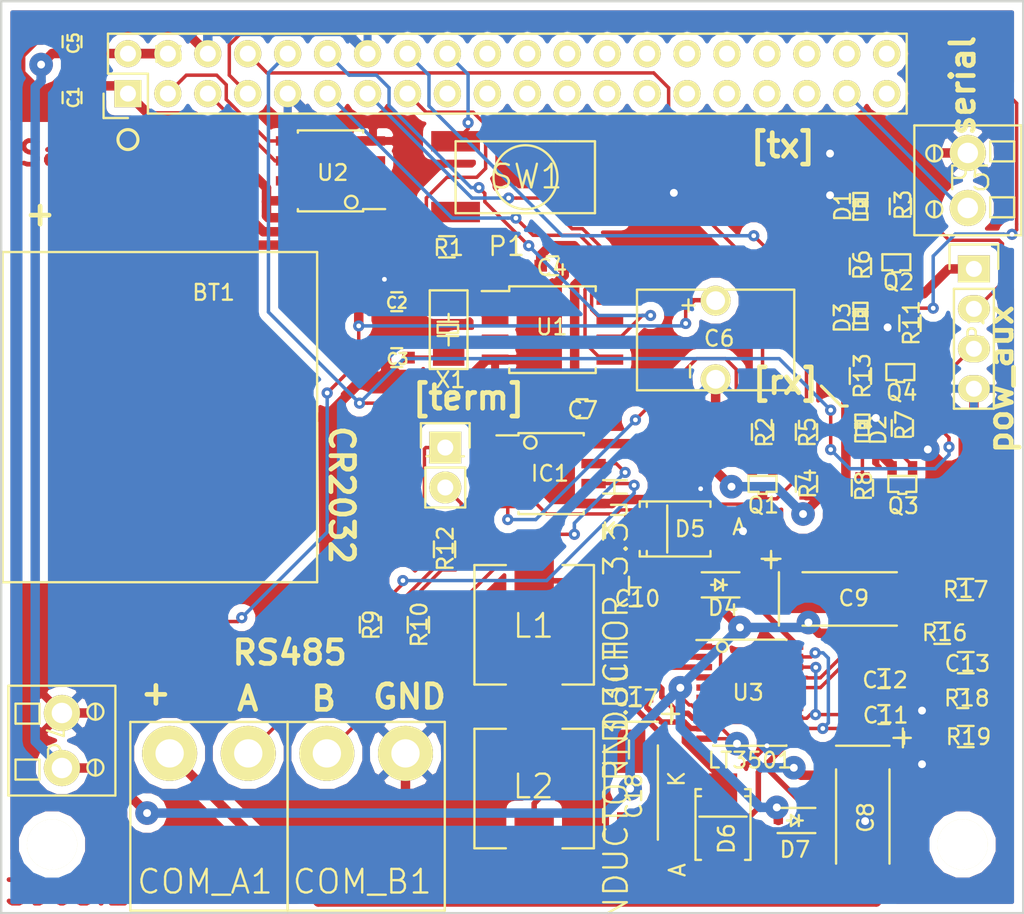
<source format=kicad_pcb>
(kicad_pcb (version 4) (host pcbnew 4.0.2+dfsg1-stable)
  (layers (0 F.Cu signal hide) (31 B.Cu signal hide) (34 B.Paste user) (35 F.Paste user) (36 B.SilkS user) (37 F.SilkS user) (38 B.Mask user) (39 F.Mask user) (44 Edge.Cuts user))
  (net 0 "")
  (net 1 "Net-(BT1-Pad1)")
  (net 2 GND)
  (net 3 +3.3V)
  (net 4 "Net-(C2-Pad1)")
  (net 5 "Net-(C3-Pad1)")
  (net 6 +5V)
  (net 7 +13.8V)
  (net 8 "Net-(C11-Pad1)")
  (net 9 "Net-(C12-Pad2)")
  (net 10 "Net-(C13-Pad1)")
  (net 11 "Net-(COM_A1-Pad1)")
  (net 12 "Net-(COM_B1-Pad2)")
  (net 13 "Net-(D1-Pad1)")
  (net 14 "Net-(D2-Pad1)")
  (net 15 "Net-(D3-Pad1)")
  (net 16 /rxd)
  (net 17 "Net-(IC1-Pad2)")
  (net 18 /txd)
  (net 19 "Net-(IC1-Pad6)")
  (net 20 "Net-(IC1-Pad7)")
  (net 21 "Net-(JP1-Pad1)")
  (net 22 "Net-(P1-Pad1)")
  (net 23 /led)
  (net 24 /spi_ce)
  (net 25 /spi_io)
  (net 26 /spi_sck)
  (net 27 "Net-(P3-Pad15)")
  (net 28 /dir)
  (net 29 "Net-(P3-Pad17)")
  (net 30 "Net-(P3-Pad18)")
  (net 31 "Net-(P3-Pad19)")
  (net 32 "Net-(P3-Pad20)")
  (net 33 "Net-(P3-Pad21)")
  (net 34 "Net-(P3-Pad22)")
  (net 35 "Net-(P3-Pad23)")
  (net 36 "Net-(P3-Pad24)")
  (net 37 "Net-(P3-Pad25)")
  (net 38 "Net-(P3-Pad26)")
  (net 39 "Net-(P3-Pad27)")
  (net 40 "Net-(P3-Pad28)")
  (net 41 "Net-(P3-Pad29)")
  (net 42 "Net-(P3-Pad30)")
  (net 43 "Net-(P3-Pad31)")
  (net 44 "Net-(P3-Pad32)")
  (net 45 "Net-(P3-Pad33)")
  (net 46 "Net-(P3-Pad34)")
  (net 47 "Net-(P3-Pad35)")
  (net 48 "Net-(P3-Pad36)")
  (net 49 "Net-(P3-Pad37)")
  (net 50 "Net-(P3-Pad38)")
  (net 51 "Net-(P3-Pad39)")
  (net 52 "Net-(P3-Pad40)")
  (net 53 "Net-(Q1-Pad2)")
  (net 54 "Net-(Q2-Pad2)")
  (net 55 "Net-(Q3-Pad2)")
  (net 56 "Net-(Q4-Pad2)")
  (net 57 "Net-(R16-Pad2)")
  (net 58 "Net-(R19-Pad2)")
  (net 59 "Net-(U3-Pad5)")
  (net 60 "Net-(U3-Pad6)")
  (net 61 "Net-(U3-Pad15)")
  (net 62 "/Power supply/_pwrA5")
  (net 63 "/Power supply/_pwrA1")
  (net 64 "/Power supply/_pwrA6")
  (net 65 "/Power supply/_pwrA3")
  (net 66 "/Power supply/_pwrA2")
  (net 67 "/Power supply/_pwrA4")
  (net 68 /sda)
  (net 69 /scl)
  (net 70 "Net-(U2-Pad1)")
  (net 71 "Net-(U2-Pad2)")
  (net 72 "Net-(U2-Pad3)")
  (net 73 "Net-(U2-Pad7)")
  (module saet:JXS_3.2mm_1.5mm (layer F.Cu) (at 135.4582 70.8914 270)
    (fp_text reference X1 (at 3.19786 -0.1143 360) (layer F.SilkS))
    (fp_text value JXS_32k)
    (pad 1 smd rect (at -1.75 0 270) (size 1.1 2) (layers F.Cu F.Paste F.Mask) (net 4 "Net-(C2-Pad1)"))
    (pad 2 smd rect (at 1.75 0 270) (size 1.1 2) (layers F.Cu F.Paste F.Mask) (net 5 "Net-(C3-Pad1)"))
  )
  (module saet:SSOP-20_TP_4.4x6.5mm_Pitch0.65mm (layer F.Cu) (at 154.614 93.98)
    (fp_text reference U3 (at -0.10834 -0.0127) (layer F.SilkS))
    (fp_text value LT3501 (at 0 4.3) (layer F.SilkS))
    (pad 1 smd rect (at -2.9 -2.925) (size 1 0.4) (layers F.Cu F.Paste F.Mask) (net 7 +13.8V))
    (pad 2 smd rect (at -2.9 -2.275) (size 1 0.4) (layers F.Cu F.Paste F.Mask) (net 63 "/Power supply/_pwrA1"))
    (pad 3 smd rect (at -2.9 -1.625) (size 1 0.4) (layers F.Cu F.Paste F.Mask) (net 66 "/Power supply/_pwrA2"))
    (pad 4 smd rect (at -2.9 -0.975) (size 1 0.4) (layers F.Cu F.Paste F.Mask) (net 6 +5V))
    (pad 5 smd rect (at -2.9 -0.325) (size 1 0.4) (layers F.Cu F.Paste F.Mask) (net 59 "Net-(U3-Pad5)"))
    (pad 6 smd rect (at -2.9 0.325) (size 1 0.4) (layers F.Cu F.Paste F.Mask) (net 60 "Net-(U3-Pad6)"))
    (pad 7 smd rect (at -2.9 0.975) (size 1 0.4) (layers F.Cu F.Paste F.Mask) (net 6 +5V))
    (pad 8 smd rect (at -2.9 1.625) (size 1 0.4) (layers F.Cu F.Paste F.Mask) (net 67 "/Power supply/_pwrA4"))
    (pad 9 smd rect (at -2.9 2.275) (size 1 0.4) (layers F.Cu F.Paste F.Mask) (net 65 "/Power supply/_pwrA3"))
    (pad 10 smd rect (at -2.9 2.925) (size 1 0.4) (layers F.Cu F.Paste F.Mask) (net 7 +13.8V))
    (pad 11 smd rect (at 2.9 2.925) (size 1 0.4) (layers F.Cu F.Paste F.Mask) (net 64 "/Power supply/_pwrA6"))
    (pad 12 smd rect (at 2.9 2.275) (size 1 0.4) (layers F.Cu F.Paste F.Mask) (net 10 "Net-(C13-Pad1)"))
    (pad 13 smd rect (at 2.9 1.625) (size 1 0.4) (layers F.Cu F.Paste F.Mask) (net 8 "Net-(C11-Pad1)"))
    (pad 14 smd rect (at 2.9 0.975) (size 1 0.4) (layers F.Cu F.Paste F.Mask) (net 57 "Net-(R16-Pad2)"))
    (pad 15 smd rect (at 2.9 0.325) (size 1 0.4) (layers F.Cu F.Paste F.Mask) (net 61 "Net-(U3-Pad15)"))
    (pad 16 smd rect (at 2.9 -0.325) (size 1 0.4) (layers F.Cu F.Paste F.Mask) (net 58 "Net-(R19-Pad2)"))
    (pad 17 smd rect (at 2.9 -0.975) (size 1 0.4) (layers F.Cu F.Paste F.Mask) (net 57 "Net-(R16-Pad2)"))
    (pad 18 smd rect (at 2.9 -1.625) (size 1 0.4) (layers F.Cu F.Paste F.Mask) (net 8 "Net-(C11-Pad1)"))
    (pad 19 smd rect (at 2.9 -2.275) (size 1 0.4) (layers F.Cu F.Paste F.Mask) (net 10 "Net-(C13-Pad1)"))
    (pad 20 smd rect (at 2.9 -2.925) (size 1 0.4) (layers F.Cu F.Paste F.Mask) (net 62 "/Power supply/_pwrA5"))
    (pad 21 smd rect (at 0 0) (size 3 4) (layers F.Cu F.Paste F.Mask) (net 2 GND))
  )
  (module Resistors_SMD:R_0603 (layer F.Cu) (at 168.34612 96.76892 180)
    (fp_text reference R19 (at -0.17526 -0.02286 180) (layer F.SilkS))
    (fp_text value 30.1k)
    (pad 1 smd rect (at -0.75 0 180) (size 0.5 0.9) (layers F.Cu F.Paste F.Mask) (net 2 GND))
    (pad 2 smd rect (at 0.75 0 180) (size 0.5 0.9) (layers F.Cu F.Paste F.Mask) (net 58 "Net-(R19-Pad2)"))
  )
  (module Resistors_SMD:R_0603 (layer F.Cu) (at 168.34612 92.06992)
    (fp_text reference R18 (at 0.06858 2.26568) (layer F.SilkS))
    (fp_text value 40.2k)
    (pad 1 smd rect (at -0.75 0) (size 0.5 0.9) (layers F.Cu F.Paste F.Mask) (net 9 "Net-(C12-Pad2)"))
    (pad 2 smd rect (at 0.75 0) (size 0.5 0.9) (layers F.Cu F.Paste F.Mask) (net 2 GND))
  )
  (module Resistors_SMD:R_0603 (layer F.Cu) (at 168.32072 87.41664)
    (fp_text reference R17 (at 0.02032 0.01016) (layer F.SilkS))
    (fp_text value 7.68k)
    (pad 1 smd rect (at -0.75 0) (size 0.5 0.9) (layers F.Cu F.Paste F.Mask) (net 57 "Net-(R16-Pad2)"))
    (pad 2 smd rect (at 0.75 0) (size 0.5 0.9) (layers F.Cu F.Paste F.Mask) (net 2 GND))
  )
  (module Resistors_SMD:R_0603 (layer F.Cu) (at 166.85006 90.20048)
    (fp_text reference R16 (at 0.15494 -0.02032) (layer F.SilkS))
    (fp_text value 40.2k)
    (pad 1 smd rect (at -0.75 0) (size 0.5 0.9) (layers F.Cu F.Paste F.Mask) (net 6 +5V))
    (pad 2 smd rect (at 0.75 0) (size 0.5 0.9) (layers F.Cu F.Paste F.Mask) (net 57 "Net-(R16-Pad2)"))
  )
  (module saet:R_0603 (layer F.Cu) (at 161.64548 73.84288 90)
    (fp_text reference R13 (at 0.01016 0.1195 270) (layer F.SilkS))
    (fp_text value 510)
    (pad 1 smd rect (at -0.75 0 90) (size 0.5 0.9) (layers F.Cu F.Paste F.Mask) (net 3 +3.3V))
    (pad 2 smd rect (at 0.75 0 90) (size 0.5 0.9) (layers F.Cu F.Paste F.Mask) (net 15 "Net-(D3-Pad1)"))
  )
  (module saet:R_0603 (layer F.Cu) (at 135.19658 84.85886 90)
    (fp_text reference R12 (at 0.04064 0.05842 270) (layer F.SilkS))
    (fp_text value 120)
    (pad 1 smd rect (at -0.75 0 90) (size 0.5 0.9) (layers F.Cu F.Paste F.Mask) (net 11 "Net-(COM_A1-Pad1)"))
    (pad 2 smd rect (at 0.75 0 90) (size 0.5 0.9) (layers F.Cu F.Paste F.Mask) (net 21 "Net-(JP1-Pad1)"))
  )
  (module saet:R_0603 (layer F.Cu) (at 164.79774 70.48246 90)
    (fp_text reference R11 (at 0.01778 0.09652 270) (layer F.SilkS))
    (fp_text value 1k)
    (pad 1 smd rect (at -0.75 0 90) (size 0.5 0.9) (layers F.Cu F.Paste F.Mask) (net 56 "Net-(Q4-Pad2)"))
    (pad 2 smd rect (at 0.75 0 90) (size 0.5 0.9) (layers F.Cu F.Paste F.Mask) (net 23 /led))
  )
  (module saet:R_0603 (layer F.Cu) (at 133.532 89.662 90)
    (fp_text reference R10 (at 0.01016 0.0593 270) (layer F.SilkS))
    (fp_text value 10)
    (pad 1 smd rect (at -0.75 0 90) (size 0.5 0.9) (layers F.Cu F.Paste F.Mask) (net 12 "Net-(COM_B1-Pad2)"))
    (pad 2 smd rect (at 0.75 0 90) (size 0.5 0.9) (layers F.Cu F.Paste F.Mask) (net 20 "Net-(IC1-Pad7)"))
  )
  (module saet:R_0603 (layer F.Cu) (at 130.484 89.662 90)
    (fp_text reference R9 (at -0.0127 0.06692 270) (layer F.SilkS))
    (fp_text value 10)
    (pad 1 smd rect (at -0.75 0 90) (size 0.5 0.9) (layers F.Cu F.Paste F.Mask) (net 11 "Net-(COM_A1-Pad1)"))
    (pad 2 smd rect (at 0.75 0 90) (size 0.5 0.9) (layers F.Cu F.Paste F.Mask) (net 19 "Net-(IC1-Pad6)"))
  )
  (module saet:R_0603 (layer F.Cu) (at 161.77248 80.95488 90)
    (fp_text reference R8 (at 0.10922 0.08902 270) (layer F.SilkS))
    (fp_text value 510)
    (pad 1 smd rect (at -0.75 0 90) (size 0.5 0.9) (layers F.Cu F.Paste F.Mask) (net 3 +3.3V))
    (pad 2 smd rect (at 0.75 0 90) (size 0.5 0.9) (layers F.Cu F.Paste F.Mask) (net 14 "Net-(D2-Pad1)"))
  )
  (module saet:R_0603 (layer F.Cu) (at 164.31248 77.14488 90)
    (fp_text reference R7 (at 0.1778 0.09664 270) (layer F.SilkS))
    (fp_text value 1k)
    (pad 1 smd rect (at -0.75 0 90) (size 0.5 0.9) (layers F.Cu F.Paste F.Mask) (net 55 "Net-(Q3-Pad2)"))
    (pad 2 smd rect (at 0.75 0 90) (size 0.5 0.9) (layers F.Cu F.Paste F.Mask) (net 16 /rxd))
  )
  (module saet:R_0603 (layer F.Cu) (at 161.64548 66.85788 90)
    (fp_text reference R6 (at 0.08636 0.08902 270) (layer F.SilkS))
    (fp_text value 510)
    (pad 1 smd rect (at -0.75 0 90) (size 0.5 0.9) (layers F.Cu F.Paste F.Mask) (net 3 +3.3V))
    (pad 2 smd rect (at 0.75 0 90) (size 0.5 0.9) (layers F.Cu F.Paste F.Mask) (net 13 "Net-(D1-Pad1)"))
  )
  (module saet:R_0603 (layer F.Cu) (at 158.21648 77.39888 270)
    (fp_text reference R5 (at 0.0254 -0.07124 450) (layer F.SilkS))
    (fp_text value 0)
    (pad 1 smd rect (at -0.75 0 270) (size 0.5 0.9) (layers F.Cu F.Paste F.Mask) (net 28 /dir))
    (pad 2 smd rect (at 0.75 0 270) (size 0.5 0.9) (layers F.Cu F.Paste F.Mask) (net 17 "Net-(IC1-Pad2)"))
  )
  (module saet:R_0603 (layer F.Cu) (at 158.21648 80.70088 90)
    (fp_text reference R4 (at 0.02032 0.0941 270) (layer F.SilkS))
    (fp_text value 10k)
    (pad 1 smd rect (at -0.75 0 90) (size 0.5 0.9) (layers F.Cu F.Paste F.Mask) (net 3 +3.3V))
    (pad 2 smd rect (at 0.75 0 90) (size 0.5 0.9) (layers F.Cu F.Paste F.Mask) (net 17 "Net-(IC1-Pad2)"))
  )
  (module saet:R_0603 (layer F.Cu) (at 164.18548 63.04788 90)
    (fp_text reference R3 (at 0.08636 0.17792 270) (layer F.SilkS))
    (fp_text value 1k)
    (pad 1 smd rect (at -0.75 0 90) (size 0.5 0.9) (layers F.Cu F.Paste F.Mask) (net 54 "Net-(Q2-Pad2)"))
    (pad 2 smd rect (at 0.75 0 90) (size 0.5 0.9) (layers F.Cu F.Paste F.Mask) (net 18 /txd))
  )
  (module saet:R_0603 (layer F.Cu) (at 155.42248 77.39888 90)
    (fp_text reference R2 (at -0.0254 0.12712 270) (layer F.SilkS))
    (fp_text value 10k)
    (pad 1 smd rect (at -0.75 0 90) (size 0.5 0.9) (layers F.Cu F.Paste F.Mask) (net 53 "Net-(Q1-Pad2)"))
    (pad 2 smd rect (at 0.75 0 90) (size 0.5 0.9) (layers F.Cu F.Paste F.Mask) (net 18 /txd))
  )
  (module saet:R_0603 (layer F.Cu) (at 135.3439 65.6209)
    (fp_text reference R1 (at 0.11176 0.0635) (layer F.SilkS))
    (fp_text value 0)
    (pad 1 smd rect (at -0.75 0) (size 0.5 0.9) (layers F.Cu F.Paste F.Mask) (net 27 "Net-(P3-Pad15)"))
    (pad 2 smd rect (at 0.75 0) (size 0.5 0.9) (layers F.Cu F.Paste F.Mask) (net 22 "Net-(P1-Pad1)"))
  )
  (module saet:SOT-323_inv (layer F.Cu) (at 164.18548 73.58888)
    (fp_text reference Q4 (at 0.08902 1.30556) (layer F.SilkS))
    (fp_text value RJU003N hide)
    (pad 1 smd rect (at -0.65024 -0.94996) (size 0.59944 1.00076) (layers F.Cu F.Paste F.Mask) (net 2 GND))
    (pad 2 smd rect (at 0.65024 -0.94996) (size 0.59944 1.00076) (layers F.Cu F.Paste F.Mask) (net 56 "Net-(Q4-Pad2)"))
    (pad 3 smd rect (at 0 0.94996) (size 0.59944 1.00076) (layers F.Cu F.Paste F.Mask) (net 15 "Net-(D3-Pad1)"))
  )
  (module saet:SOT-323_inv (layer F.Cu) (at 164.31248 80.70088)
    (fp_text reference Q3 (at 0.05854 1.39954) (layer F.SilkS))
    (fp_text value RJU003N hide)
    (pad 1 smd rect (at -0.65024 -0.94996) (size 0.59944 1.00076) (layers F.Cu F.Paste F.Mask) (net 2 GND))
    (pad 2 smd rect (at 0.65024 -0.94996) (size 0.59944 1.00076) (layers F.Cu F.Paste F.Mask) (net 55 "Net-(Q3-Pad2)"))
    (pad 3 smd rect (at 0 0.94996) (size 0.59944 1.00076) (layers F.Cu F.Paste F.Mask) (net 14 "Net-(D2-Pad1)"))
  )
  (module saet:SOT-323_inv (layer F.Cu) (at 163.93148 66.60388)
    (fp_text reference Q2 (at 0.13728 1.26238) (layer F.SilkS))
    (fp_text value RJU003N hide)
    (pad 1 smd rect (at -0.65024 -0.94996) (size 0.59944 1.00076) (layers F.Cu F.Paste F.Mask) (net 2 GND))
    (pad 2 smd rect (at 0.65024 -0.94996) (size 0.59944 1.00076) (layers F.Cu F.Paste F.Mask) (net 54 "Net-(Q2-Pad2)"))
    (pad 3 smd rect (at 0 0.94996) (size 0.59944 1.00076) (layers F.Cu F.Paste F.Mask) (net 13 "Net-(D1-Pad1)"))
  )
  (module saet:SOT-323_inv (layer F.Cu) (at 155.42248 80.70088)
    (fp_text reference Q1 (at 0.05092 1.36144) (layer F.SilkS))
    (fp_text value RJU003N hide)
    (pad 1 smd rect (at -0.65024 -0.94996) (size 0.59944 1.00076) (layers F.Cu F.Paste F.Mask) (net 2 GND))
    (pad 2 smd rect (at 0.65024 -0.94996) (size 0.59944 1.00076) (layers F.Cu F.Paste F.Mask) (net 53 "Net-(Q1-Pad2)"))
    (pad 3 smd rect (at 0 0.94996) (size 0.59944 1.00076) (layers F.Cu F.Paste F.Mask) (net 17 "Net-(IC1-Pad2)"))
  )
  (module Pin_Headers:Pin_Header_Straight_2x20 (layer F.Cu) (at 115.062 55.88 90)
    (fp_text reference P3 (at 2.4765 2.55524 180) (layer F.SilkS))
    (fp_text value CONN_02X20)
    (pad 1 thru_hole rect (at 0 0 90) (size 1.7272 1.7272) (drill 1.016) (layers *.Cu *.Mask F.SilkS) (net 3 +3.3V))
    (pad 2 thru_hole oval (at 2.54 0 90) (size 1.7272 1.7272) (drill 1.016) (layers *.Cu *.Mask F.SilkS) (net 6 +5V))
    (pad 3 thru_hole oval (at 0 2.54 90) (size 1.7272 1.7272) (drill 1.016) (layers *.Cu *.Mask F.SilkS) (net 68 /sda))
    (pad 4 thru_hole oval (at 2.54 2.54 90) (size 1.7272 1.7272) (drill 1.016) (layers *.Cu *.Mask F.SilkS) (net 6 +5V))
    (pad 5 thru_hole oval (at 0 5.08 90) (size 1.7272 1.7272) (drill 1.016) (layers *.Cu *.Mask F.SilkS) (net 69 /scl))
    (pad 6 thru_hole oval (at 2.54 5.08 90) (size 1.7272 1.7272) (drill 1.016) (layers *.Cu *.Mask F.SilkS) (net 2 GND))
    (pad 7 thru_hole oval (at 0 7.62 90) (size 1.7272 1.7272) (drill 1.016) (layers *.Cu *.Mask F.SilkS) (net 23 /led))
    (pad 8 thru_hole oval (at 2.54 7.62 90) (size 1.7272 1.7272) (drill 1.016) (layers *.Cu *.Mask F.SilkS) (net 18 /txd))
    (pad 9 thru_hole oval (at 0 10.16 90) (size 1.7272 1.7272) (drill 1.016) (layers *.Cu *.Mask F.SilkS) (net 2 GND))
    (pad 10 thru_hole oval (at 2.54 10.16 90) (size 1.7272 1.7272) (drill 1.016) (layers *.Cu *.Mask F.SilkS) (net 16 /rxd))
    (pad 11 thru_hole oval (at 0 12.7 90) (size 1.7272 1.7272) (drill 1.016) (layers *.Cu *.Mask F.SilkS) (net 24 /spi_ce))
    (pad 12 thru_hole oval (at 2.54 12.7 90) (size 1.7272 1.7272) (drill 1.016) (layers *.Cu *.Mask F.SilkS) (net 25 /spi_io))
    (pad 13 thru_hole oval (at 0 15.24 90) (size 1.7272 1.7272) (drill 1.016) (layers *.Cu *.Mask F.SilkS) (net 26 /spi_sck))
    (pad 14 thru_hole oval (at 2.54 15.24 90) (size 1.7272 1.7272) (drill 1.016) (layers *.Cu *.Mask F.SilkS) (net 2 GND))
    (pad 15 thru_hole oval (at 0 17.78 90) (size 1.7272 1.7272) (drill 1.016) (layers *.Cu *.Mask F.SilkS) (net 27 "Net-(P3-Pad15)"))
    (pad 16 thru_hole oval (at 2.54 17.78 90) (size 1.7272 1.7272) (drill 1.016) (layers *.Cu *.Mask F.SilkS) (net 28 /dir))
    (pad 17 thru_hole oval (at 0 20.32 90) (size 1.7272 1.7272) (drill 1.016) (layers *.Cu *.Mask F.SilkS) (net 29 "Net-(P3-Pad17)"))
    (pad 18 thru_hole oval (at 2.54 20.32 90) (size 1.7272 1.7272) (drill 1.016) (layers *.Cu *.Mask F.SilkS) (net 30 "Net-(P3-Pad18)"))
    (pad 19 thru_hole oval (at 0 22.86 90) (size 1.7272 1.7272) (drill 1.016) (layers *.Cu *.Mask F.SilkS) (net 31 "Net-(P3-Pad19)"))
    (pad 20 thru_hole oval (at 2.54 22.86 90) (size 1.7272 1.7272) (drill 1.016) (layers *.Cu *.Mask F.SilkS) (net 32 "Net-(P3-Pad20)"))
    (pad 21 thru_hole oval (at 0 25.4 90) (size 1.7272 1.7272) (drill 1.016) (layers *.Cu *.Mask F.SilkS) (net 33 "Net-(P3-Pad21)"))
    (pad 22 thru_hole oval (at 2.54 25.4 90) (size 1.7272 1.7272) (drill 1.016) (layers *.Cu *.Mask F.SilkS) (net 34 "Net-(P3-Pad22)"))
    (pad 23 thru_hole oval (at 0 27.94 90) (size 1.7272 1.7272) (drill 1.016) (layers *.Cu *.Mask F.SilkS) (net 35 "Net-(P3-Pad23)"))
    (pad 24 thru_hole oval (at 2.54 27.94 90) (size 1.7272 1.7272) (drill 1.016) (layers *.Cu *.Mask F.SilkS) (net 36 "Net-(P3-Pad24)"))
    (pad 25 thru_hole oval (at 0 30.48 90) (size 1.7272 1.7272) (drill 1.016) (layers *.Cu *.Mask F.SilkS) (net 37 "Net-(P3-Pad25)"))
    (pad 26 thru_hole oval (at 2.54 30.48 90) (size 1.7272 1.7272) (drill 1.016) (layers *.Cu *.Mask F.SilkS) (net 38 "Net-(P3-Pad26)"))
    (pad 27 thru_hole oval (at 0 33.02 90) (size 1.7272 1.7272) (drill 1.016) (layers *.Cu *.Mask F.SilkS) (net 39 "Net-(P3-Pad27)"))
    (pad 28 thru_hole oval (at 2.54 33.02 90) (size 1.7272 1.7272) (drill 1.016) (layers *.Cu *.Mask F.SilkS) (net 40 "Net-(P3-Pad28)"))
    (pad 29 thru_hole oval (at 0 35.56 90) (size 1.7272 1.7272) (drill 1.016) (layers *.Cu *.Mask F.SilkS) (net 41 "Net-(P3-Pad29)"))
    (pad 30 thru_hole oval (at 2.54 35.56 90) (size 1.7272 1.7272) (drill 1.016) (layers *.Cu *.Mask F.SilkS) (net 42 "Net-(P3-Pad30)"))
    (pad 31 thru_hole oval (at 0 38.1 90) (size 1.7272 1.7272) (drill 1.016) (layers *.Cu *.Mask F.SilkS) (net 43 "Net-(P3-Pad31)"))
    (pad 32 thru_hole oval (at 2.54 38.1 90) (size 1.7272 1.7272) (drill 1.016) (layers *.Cu *.Mask F.SilkS) (net 44 "Net-(P3-Pad32)"))
    (pad 33 thru_hole oval (at 0 40.64 90) (size 1.7272 1.7272) (drill 1.016) (layers *.Cu *.Mask F.SilkS) (net 45 "Net-(P3-Pad33)"))
    (pad 34 thru_hole oval (at 2.54 40.64 90) (size 1.7272 1.7272) (drill 1.016) (layers *.Cu *.Mask F.SilkS) (net 46 "Net-(P3-Pad34)"))
    (pad 35 thru_hole oval (at 0 43.18 90) (size 1.7272 1.7272) (drill 1.016) (layers *.Cu *.Mask F.SilkS) (net 47 "Net-(P3-Pad35)"))
    (pad 36 thru_hole oval (at 2.54 43.18 90) (size 1.7272 1.7272) (drill 1.016) (layers *.Cu *.Mask F.SilkS) (net 48 "Net-(P3-Pad36)"))
    (pad 37 thru_hole oval (at 0 45.72 90) (size 1.7272 1.7272) (drill 1.016) (layers *.Cu *.Mask F.SilkS) (net 49 "Net-(P3-Pad37)"))
    (pad 38 thru_hole oval (at 2.54 45.72 90) (size 1.7272 1.7272) (drill 1.016) (layers *.Cu *.Mask F.SilkS) (net 50 "Net-(P3-Pad38)"))
    (pad 39 thru_hole oval (at 0 48.26 90) (size 1.7272 1.7272) (drill 1.016) (layers *.Cu *.Mask F.SilkS) (net 51 "Net-(P3-Pad39)"))
    (pad 40 thru_hole oval (at 2.54 48.26 90) (size 1.7272 1.7272) (drill 1.016) (layers *.Cu *.Mask F.SilkS) (net 52 "Net-(P3-Pad40)"))
  )
  (module Pin_Headers:Pin_Header_Straight_1x04 (layer F.Cu) (at 168.86428 67.02806)
    (fp_text reference P2 (at 0.13716 3.61442 270) (layer F.SilkS))
    (fp_text value CONN_01X04)
    (pad 1 thru_hole rect (at 0 0) (size 2.032 1.7272) (drill 1.016) (layers *.Cu *.Mask F.SilkS) (net 3 +3.3V))
    (pad 2 thru_hole oval (at 0 2.54) (size 2.032 1.7272) (drill 1.016) (layers *.Cu *.Mask F.SilkS) (net 18 /txd))
    (pad 3 thru_hole oval (at 0 5.08) (size 2.032 1.7272) (drill 1.016) (layers *.Cu *.Mask F.SilkS) (net 16 /rxd))
    (pad 4 thru_hole oval (at 0 7.62) (size 2.032 1.7272) (drill 1.016) (layers *.Cu *.Mask F.SilkS) (net 2 GND))
  )
  (module saet:Test_point (layer F.Cu) (at 139.2809 65.7479)
    (fp_text reference P1 (at -0.13462 -0.15748) (layer F.SilkS) (effects (font (size 1.2 1.2))))
    (fp_text value TP)
    (pad 1 smd circle (at 0 0) (size 1 1) (layers F.Cu F.Paste F.Mask) (net 22 "Net-(P1-Pad1)"))
  )
  (module saet:IND_7.5x7.5 (layer F.Cu) (at 140.898 100.076 90)
    (fp_text reference L2 (at 0.13462 -0.06262 180) (layer F.SilkS) (effects (font (size 1.5 1.5))))
    (fp_text value INDUCTOR_3.3uH (at 0.2 5.2 90) (layer F.SilkS) (effects (font (size 1.5 1.5))))
    (pad 1 smd rect (at -2.8 0 90) (size 3 2.5) (layers F.Cu F.Paste F.Mask) (net 65 "/Power supply/_pwrA3"))
    (pad 2 smd rect (at 2.8 0 90) (size 3 2.5) (layers F.Cu F.Paste F.Mask) (net 67 "/Power supply/_pwrA4"))
  )
  (module saet:IND_7.5x7.5 (layer F.Cu) (at 140.898 89.662 90)
    (fp_text reference L1 (at -0.06604 -0.04992 180) (layer F.SilkS) (effects (font (size 1.5 1.5))))
    (fp_text value INDUCTOR_3.3uH (at 0.2 5.2 90) (layer F.SilkS) (effects (font (size 1.5 1.5))))
    (pad 1 smd rect (at -2.8 0 90) (size 3 2.5) (layers F.Cu F.Paste F.Mask) (net 66 "/Power supply/_pwrA2"))
    (pad 2 smd rect (at 2.8 0 90) (size 3 2.5) (layers F.Cu F.Paste F.Mask) (net 63 "/Power supply/_pwrA1"))
  )
  (module Pin_Headers:Pin_Header_Straight_1x02 (layer F.Cu) (at 135.24484 78.38948)
    (fp_text reference JP1 (at 0.01778 0.1016) (layer F.SilkS))
    (fp_text value JUMPER)
    (pad 1 thru_hole rect (at 0 0) (size 2.032 2.032) (drill 1.016) (layers *.Cu *.Mask F.SilkS) (net 21 "Net-(JP1-Pad1)"))
    (pad 2 thru_hole oval (at 0 2.54) (size 2.032 2.032) (drill 1.016) (layers *.Cu *.Mask F.SilkS) (net 12 "Net-(COM_B1-Pad2)"))
  )
  (module saet:SOD-323 (layer F.Cu) (at 157.48 102.108 180)
    (fp_text reference D7 (at 0 -1.85 180) (layer F.SilkS))
    (fp_text value PMEG4005AEA)
    (pad 2 smd rect (at -1.055 0 180) (size 0.59 0.45) (layers F.Cu F.Paste F.Mask) (net 64 "/Power supply/_pwrA6"))
    (pad 1 smd rect (at 1.055 0 180) (size 0.59 0.45) (layers F.Cu F.Paste F.Mask) (net 6 +5V))
  )
  (module saet:SMA_Standard (layer F.Cu) (at 152.908 102.362 270)
    (fp_text reference D6 (at 0.89662 -0.22352 450) (layer F.SilkS))
    (fp_text value B360A)
    (fp_text user K (at -2.9 2.95 270) (layer F.SilkS))
    (fp_text user A (at 2.9 2.9 270) (layer F.SilkS))
    (pad 2 smd rect (at -1.99898 0 270) (size 2.49936 1.80086) (layers F.Cu F.Paste F.Mask) (net 65 "/Power supply/_pwrA3"))
    (pad 1 smd rect (at 1.99898 0 270) (size 2.49936 1.80086) (layers F.Cu F.Paste F.Mask) (net 2 GND))
  )
  (module saet:SMA_Standard (layer F.Cu) (at 149.86 83.566)
    (fp_text reference D5 (at 0.94996 0) (layer F.SilkS))
    (fp_text value B360A)
    (fp_text user K (at -4.191 0.127) (layer F.SilkS))
    (fp_text user A (at 4.064 -0.127) (layer F.SilkS))
    (pad 2 smd rect (at -1.99898 0) (size 2.49936 1.80086) (layers F.Cu F.Paste F.Mask) (net 63 "/Power supply/_pwrA1"))
    (pad 1 smd rect (at 1.99898 0) (size 2.49936 1.80086) (layers F.Cu F.Paste F.Mask) (net 2 GND))
  )
  (module saet:SOD-323 (layer F.Cu) (at 152.654 87.122 180)
    (fp_text reference D4 (at -0.26162 -1.45034 180) (layer F.SilkS))
    (fp_text value PMEG4005AEA)
    (pad 2 smd rect (at -1.055 0 180) (size 0.59 0.45) (layers F.Cu F.Paste F.Mask) (net 62 "/Power supply/_pwrA5"))
    (pad 1 smd rect (at 1.055 0 180) (size 0.59 0.45) (layers F.Cu F.Paste F.Mask) (net 6 +5V))
  )
  (module saet:LED-0603_handSoldering (layer F.Cu) (at 161.64548 70.03288 90)
    (fp_text reference D3 (at -0.10668 -1.1505 270) (layer F.SilkS))
    (fp_text value LED_R_0603)
    (pad 1 smd rect (at -0.7493 0 90) (size 1 0.79756) (layers F.Cu F.Paste F.Mask) (net 15 "Net-(D3-Pad1)"))
    (pad 2 smd rect (at 0.7493 0 90) (size 1 0.79756) (layers F.Cu F.Paste F.Mask) (net 2 GND))
  )
  (module saet:LED-0603_handSoldering (layer F.Cu) (at 161.77248 77.14488 90)
    (fp_text reference D2 (at -0.127 1.00088 270) (layer F.SilkS))
    (fp_text value LED_R_0603)
    (pad 1 smd rect (at -0.7493 0 90) (size 1 0.79756) (layers F.Cu F.Paste F.Mask) (net 14 "Net-(D2-Pad1)"))
    (pad 2 smd rect (at 0.7493 0 90) (size 1 0.79756) (layers F.Cu F.Paste F.Mask) (net 2 GND))
  )
  (module saet:LED-0603_handSoldering (layer F.Cu) (at 161.64548 63.04788 90)
    (fp_text reference D1 (at -0.00254 -1.12256 270) (layer F.SilkS))
    (fp_text value LED_R_0603)
    (pad 1 smd rect (at -0.7493 0 90) (size 1 0.79756) (layers F.Cu F.Paste F.Mask) (net 13 "Net-(D1-Pad1)"))
    (pad 2 smd rect (at 0.7493 0 90) (size 1 0.79756) (layers F.Cu F.Paste F.Mask) (net 2 GND))
  )
  (module saet:Wurth_90_deg_2ways (layer F.Cu) (at 130.214 101.428 180)
    (fp_text reference COM_B1 (at 0.254 -4.572 180) (layer F.SilkS) (effects (font (size 1.5 1.5))))
    (fp_text value WURTH_90)
    (pad 1 thru_hole circle (at -2.5 3.588 180) (size 3.5 3.5) (drill 1.8) (layers *.Cu *.Mask F.SilkS) (net 2 GND))
    (pad 2 thru_hole circle (at 2.5 3.588 180) (size 3.5 3.5) (drill 1.8) (layers *.Cu *.Mask F.SilkS) (net 12 "Net-(COM_B1-Pad2)"))
  )
  (module saet:Wurth_90_deg_2ways (layer F.Cu) (at 120.214 101.428 180)
    (fp_text reference COM_A1 (at 0.254 -4.572 180) (layer F.SilkS) (effects (font (size 1.5 1.5))))
    (fp_text value WURTH_90)
    (pad 1 thru_hole circle (at -2.5 3.588 180) (size 3.5 3.5) (drill 1.8) (layers *.Cu *.Mask F.SilkS) (net 11 "Net-(COM_A1-Pad1)"))
    (pad 2 thru_hole circle (at 2.5 3.588 180) (size 3.5 3.5) (drill 1.8) (layers *.Cu *.Mask F.SilkS) (net 7 +13.8V))
  )
  (module Capacitors_Tantalum_SMD:TantalC_SizeC_EIA-6032_Wave (layer F.Cu) (at 147.066 100.33 270)
    (fp_text reference C18 (at 0.21844 -0.1778 450) (layer F.SilkS))
    (fp_text value 22u/20V)
    (fp_text user + (at -4.99872 -2.55016 270) (layer F.SilkS))
    (pad 2 smd rect (at 2.62382 0 270) (size 2.75082 1.80086) (layers F.Cu F.Paste F.Mask) (net 2 GND))
    (pad 1 smd rect (at -2.62382 0 270) (size 2.75082 1.80086) (layers F.Cu F.Paste F.Mask) (net 6 +5V))
  )
  (module Capacitors_SMD:C_0603 (layer F.Cu) (at 147.32 94.234)
    (fp_text reference C17 (at 0.03302 0.09398) (layer F.SilkS))
    (fp_text value 0.47u)
    (pad 1 smd rect (at -0.75 0) (size 0.8 0.75) (layers F.Cu F.Paste F.Mask) (net 64 "/Power supply/_pwrA6"))
    (pad 2 smd rect (at 0.75 0) (size 0.8 0.75) (layers F.Cu F.Paste F.Mask) (net 65 "/Power supply/_pwrA3"))
  )
  (module Capacitors_SMD:C_0603 (layer F.Cu) (at 168.15612 94.35592)
    (fp_text reference C13 (at 0.29414 -2.22504 180) (layer F.SilkS))
    (fp_text value 100n)
    (pad 1 smd rect (at -0.75 0) (size 0.8 0.75) (layers F.Cu F.Paste F.Mask) (net 10 "Net-(C13-Pad1)"))
    (pad 2 smd rect (at 0.75 0) (size 0.8 0.75) (layers F.Cu F.Paste F.Mask) (net 2 GND))
  )
  (module Capacitors_SMD:C_0603 (layer F.Cu) (at 163.13912 93.08592)
    (fp_text reference C12 (at 0.07366 0.09398) (layer F.SilkS))
    (fp_text value 470p)
    (pad 1 smd rect (at -0.75 0) (size 0.8 0.75) (layers F.Cu F.Paste F.Mask) (net 8 "Net-(C11-Pad1)"))
    (pad 2 smd rect (at 0.75 0) (size 0.8 0.75) (layers F.Cu F.Paste F.Mask) (net 9 "Net-(C12-Pad2)"))
  )
  (module Capacitors_SMD:C_0603 (layer F.Cu) (at 163.13912 95.37192)
    (fp_text reference C11 (at 0.10922 0.04826) (layer F.SilkS))
    (fp_text value 10p)
    (pad 1 smd rect (at -0.75 0) (size 0.8 0.75) (layers F.Cu F.Paste F.Mask) (net 8 "Net-(C11-Pad1)"))
    (pad 2 smd rect (at 0.75 0) (size 0.8 0.75) (layers F.Cu F.Paste F.Mask) (net 2 GND))
  )
  (module Capacitors_SMD:C_0603 (layer F.Cu) (at 147.32 87.884 180)
    (fp_text reference C10 (at -0.1397 -0.10922 180) (layer F.SilkS))
    (fp_text value 470n)
    (pad 1 smd rect (at -0.75 0 180) (size 0.8 0.75) (layers F.Cu F.Paste F.Mask) (net 62 "/Power supply/_pwrA5"))
    (pad 2 smd rect (at 0.75 0 180) (size 0.8 0.75) (layers F.Cu F.Paste F.Mask) (net 63 "/Power supply/_pwrA1"))
  )
  (module Capacitors_Tantalum_SMD:TantalC_SizeC_EIA-6032_Wave (layer F.Cu) (at 160.96488 88.01608)
    (fp_text reference C9 (at 0.25908 -0.04572) (layer F.SilkS))
    (fp_text value 22u/20V)
    (fp_text user + (at -4.99872 -2.55016) (layer F.SilkS))
    (pad 2 smd rect (at 2.62382 0) (size 2.75082 1.80086) (layers F.Cu F.Paste F.Mask) (net 2 GND))
    (pad 1 smd rect (at -2.62382 0) (size 2.75082 1.80086) (layers F.Cu F.Paste F.Mask) (net 6 +5V))
  )
  (module Capacitors_Tantalum_SMD:TantalC_SizeC_EIA-6032_Wave (layer F.Cu) (at 161.798 101.854 270)
    (fp_text reference C8 (at 0.06858 -0.18542 450) (layer F.SilkS))
    (fp_text value 22u/20V)
    (fp_text user + (at -4.99872 -2.55016 270) (layer F.SilkS))
    (pad 2 smd rect (at 2.62382 0 270) (size 2.75082 1.80086) (layers F.Cu F.Paste F.Mask) (net 2 GND))
    (pad 1 smd rect (at -2.62382 0 270) (size 2.75082 1.80086) (layers F.Cu F.Paste F.Mask) (net 7 +13.8V))
  )
  (module Capacitors_SMD:C_0603 (layer F.Cu) (at 143.9418 75.91806 180)
    (fp_text reference C7 (at -0.04572 -0.0635 180) (layer F.SilkS))
    (fp_text value 100n)
    (pad 1 smd rect (at -0.75 0 180) (size 0.8 0.75) (layers F.Cu F.Paste F.Mask) (net 3 +3.3V))
    (pad 2 smd rect (at 0.75 0 180) (size 0.8 0.75) (layers F.Cu F.Paste F.Mask) (net 2 GND))
  )
  (module saet:SUPER_CAP (layer F.Cu) (at 152.4381 71.54672 90)
    (fp_text reference C6 (at 0.09652 0.2286 180) (layer F.SilkS))
    (fp_text value 0.33F)
    (fp_text user - (at -2 -1.7 90) (layer F.SilkS))
    (fp_text user + (at 2.2 -1.8 90) (layer F.SilkS))
    (pad 2 thru_hole circle (at -2.5 0 90) (size 1.905 1.905) (drill 1.1938) (layers *.Cu *.Mask F.SilkS) (net 2 GND))
    (pad 1 thru_hole circle (at 2.5 0 90) (size 1.905 1.905) (drill 1.1938) (layers *.Cu *.Mask F.SilkS) (net 1 "Net-(BT1-Pad1)"))
  )
  (module Capacitors_SMD:C_0603 (layer F.Cu) (at 111.506 52.578 90)
    (fp_text reference C5 (at -0.09398 0.09398 90) (layer F.SilkS) (effects (font (size 0.7 0.7))))
    (fp_text value 100n)
    (pad 1 smd rect (at -0.75 0 90) (size 0.8 0.75) (layers F.Cu F.Paste F.Mask) (net 6 +5V))
    (pad 2 smd rect (at 0.75 0 90) (size 0.8 0.75) (layers F.Cu F.Paste F.Mask) (net 2 GND))
  )
  (module Capacitors_SMD:C_0603 (layer F.Cu) (at 142.0622 66.8274)
    (fp_text reference C4 (at -0.04318 0.11684) (layer F.SilkS))
    (fp_text value 100n)
    (pad 1 smd rect (at -0.75 0) (size 0.8 0.75) (layers F.Cu F.Paste F.Mask) (net 3 +3.3V))
    (pad 2 smd rect (at 0.75 0) (size 0.8 0.75) (layers F.Cu F.Paste F.Mask) (net 2 GND))
  )
  (module Capacitors_SMD:C_0603 (layer F.Cu) (at 132.1562 72.6694 180)
    (fp_text reference C3 (at -0.05334 -0.0889 180) (layer F.SilkS) (effects (font (size 0.7 0.7))))
    (fp_text value 12p)
    (pad 1 smd rect (at -0.75 0 180) (size 0.8 0.75) (layers F.Cu F.Paste F.Mask) (net 5 "Net-(C3-Pad1)"))
    (pad 2 smd rect (at 0.75 0 180) (size 0.8 0.75) (layers F.Cu F.Paste F.Mask) (net 2 GND))
  )
  (module Capacitors_SMD:C_0603 (layer F.Cu) (at 132.1562 69.1134 180)
    (fp_text reference C2 (at -0.00762 -0.07366 180) (layer F.SilkS) (effects (font (size 0.7 0.7))))
    (fp_text value 12p)
    (pad 1 smd rect (at -0.75 0 180) (size 0.8 0.75) (layers F.Cu F.Paste F.Mask) (net 4 "Net-(C2-Pad1)"))
    (pad 2 smd rect (at 0.75 0 180) (size 0.8 0.75) (layers F.Cu F.Paste F.Mask) (net 2 GND))
  )
  (module Capacitors_SMD:C_0603 (layer F.Cu) (at 111.506 56.134 270)
    (fp_text reference C1 (at -0.01524 -0.09398 270) (layer F.SilkS) (effects (font (size 0.7 0.7))))
    (fp_text value 100n)
    (pad 1 smd rect (at -0.75 0 270) (size 0.8 0.75) (layers F.Cu F.Paste F.Mask) (net 3 +3.3V))
    (pad 2 smd rect (at 0.75 0 270) (size 0.8 0.75) (layers F.Cu F.Paste F.Mask) (net 2 GND))
  )
  (module saet:BatteryHolderCR2032 (layer F.Cu) (at 117.094 63.454 270)
    (fp_text reference BT1 (at 5.0752 -3.4163 360) (layer F.SilkS))
    (fp_text value Battery)
    (pad 1 smd rect (at 0 0 270) (size 4 6.5) (layers F.Cu F.Paste F.Mask) (net 1 "Net-(BT1-Pad1)"))
    (pad 1 smd rect (at 26 0 270) (size 4 6.5) (layers F.Cu F.Paste F.Mask) (net 1 "Net-(BT1-Pad1)"))
    (pad 2 smd circle (at 13 0 270) (size 14 14) (layers F.Cu F.Paste F.Mask) (net 2 GND))
  )
  (module saet:HOLE_3.2 (layer F.Cu) (at 110.236 103.632)
    (fp_text reference HL1 hide)
    (fp_text value Hole hide)
    (pad "" np_thru_hole circle (at 0 0) (size 3.2 3.2) (drill 3.2) (layers *.Cu *.Mask F.SilkS))
  )
  (module saet:HOLE_3.2 (layer F.Cu) (at 168.148 103.632)
    (fp_text reference HL2 hide)
    (fp_text value Hole hide)
    (pad "" np_thru_hole circle (at 0 0) (size 3.2 3.2) (drill 3.2) (layers *.Cu *.Mask F.SilkS))
  )
  (module Housings_SOIC:SOIJ-8_5.3x5.3mm_Pitch1.27mm (layer F.Cu) (at 142.0622 70.8914)
    (fp_text reference U1 (at -0.04318 -0.1651) (layer F.SilkS))
    (fp_text value DS1302S)
    (pad 1 smd rect (at -3.65 -1.905) (size 1.7 0.65) (layers F.Cu F.Paste F.Mask) (net 3 +3.3V))
    (pad 2 smd rect (at -3.65 -0.635) (size 1.7 0.65) (layers F.Cu F.Paste F.Mask) (net 4 "Net-(C2-Pad1)"))
    (pad 3 smd rect (at -3.65 0.635) (size 1.7 0.65) (layers F.Cu F.Paste F.Mask) (net 5 "Net-(C3-Pad1)"))
    (pad 4 smd rect (at -3.65 1.905) (size 1.7 0.65) (layers F.Cu F.Paste F.Mask) (net 2 GND))
    (pad 5 smd rect (at 3.65 1.905) (size 1.7 0.65) (layers F.Cu F.Paste F.Mask) (net 24 /spi_ce))
    (pad 6 smd rect (at 3.65 0.635) (size 1.7 0.65) (layers F.Cu F.Paste F.Mask) (net 25 /spi_io))
    (pad 7 smd rect (at 3.65 -0.635) (size 1.7 0.65) (layers F.Cu F.Paste F.Mask) (net 26 /spi_sck))
    (pad 8 smd rect (at 3.65 -1.905) (size 1.7 0.65) (layers F.Cu F.Paste F.Mask) (net 1 "Net-(BT1-Pad1)"))
  )
  (module saet:Adimpex_3.5_2_ways (layer F.Cu) (at 168.47566 61.40196 270)
    (fp_text reference P5 (at -0.13462 -0.11176 360) (layer F.SilkS) (effects (font (size 1.5 1.5))))
    (fp_text value "TAMPER CONN")
    (pad 2 thru_hole circle (at 1.75 0 270) (size 2.3 2.3) (drill 1.3) (layers *.Cu *.Mask F.SilkS) (net 49 "Net-(P3-Pad37)"))
    (pad 1 thru_hole circle (at -1.75 0 270) (size 2.3 2.3) (drill 1.3) (layers *.Cu *.Mask F.SilkS) (net 2 GND))
  )
  (module saet:Adimpex_3.5_2_ways (layer F.Cu) (at 110.86338 97.02044 90)
    (fp_text reference P4 (at -0.03804 -0.06858 90) (layer F.SilkS) (effects (font (size 1.5 1.5))))
    (fp_text value CONN_01X02)
    (pad 2 thru_hole circle (at 1.75 0 90) (size 2.3 2.3) (drill 1.3) (layers *.Cu *.Mask F.SilkS) (net 2 GND))
    (pad 1 thru_hole circle (at -1.75 0 90) (size 2.3 2.3) (drill 1.3) (layers *.Cu *.Mask F.SilkS) (net 6 +5V))
  )
  (module saet:SOIC-8 (layer F.Cu) (at 127.94488 60.79236 180)
    (fp_text reference U2 (at -0.1397 -0.1143 180) (layer F.SilkS))
    (fp_text value ATECC508a)
    (pad 1 smd rect (at -2.7 -1.905 180) (size 1.55 0.6) (layers F.Cu F.Paste F.Mask) (net 70 "Net-(U2-Pad1)"))
    (pad 2 smd rect (at -2.7 -0.635 180) (size 1.55 0.6) (layers F.Cu F.Paste F.Mask) (net 71 "Net-(U2-Pad2)"))
    (pad 3 smd rect (at -2.7 0.635 180) (size 1.55 0.6) (layers F.Cu F.Paste F.Mask) (net 72 "Net-(U2-Pad3)"))
    (pad 4 smd rect (at -2.7 1.905 180) (size 1.55 0.6) (layers F.Cu F.Paste F.Mask) (net 2 GND))
    (pad 5 smd rect (at 2.7 1.905 180) (size 1.55 0.6) (layers F.Cu F.Paste F.Mask) (net 68 /sda))
    (pad 6 smd rect (at 2.7 0.635 180) (size 1.55 0.6) (layers F.Cu F.Paste F.Mask) (net 69 /scl))
    (pad 7 smd rect (at 2.7 -0.635 180) (size 1.55 0.6) (layers F.Cu F.Paste F.Mask) (net 73 "Net-(U2-Pad7)"))
    (pad 8 smd rect (at 2.7 -1.905 180) (size 1.55 0.6) (layers F.Cu F.Paste F.Mask) (net 3 +3.3V))
  )
  (module saet:SOIC-8 (layer F.Cu) (at 141.97584 80.04556)
    (fp_text reference IC1 (at -0.0762 -0.00762) (layer F.SilkS))
    (fp_text value SN65HVD11D)
    (pad 1 smd rect (at -2.7 -1.905) (size 1.55 0.6) (layers F.Cu F.Paste F.Mask) (net 16 /rxd))
    (pad 2 smd rect (at -2.7 -0.635) (size 1.55 0.6) (layers F.Cu F.Paste F.Mask) (net 17 "Net-(IC1-Pad2)"))
    (pad 3 smd rect (at -2.7 0.635) (size 1.55 0.6) (layers F.Cu F.Paste F.Mask) (net 17 "Net-(IC1-Pad2)"))
    (pad 4 smd rect (at -2.7 1.905) (size 1.55 0.6) (layers F.Cu F.Paste F.Mask) (net 18 /txd))
    (pad 5 smd rect (at 2.7 1.905) (size 1.55 0.6) (layers F.Cu F.Paste F.Mask) (net 2 GND))
    (pad 6 smd rect (at 2.7 0.635) (size 1.55 0.6) (layers F.Cu F.Paste F.Mask) (net 19 "Net-(IC1-Pad6)"))
    (pad 7 smd rect (at 2.7 -0.635) (size 1.55 0.6) (layers F.Cu F.Paste F.Mask) (net 20 "Net-(IC1-Pad7)"))
    (pad 8 smd rect (at 2.7 -1.905) (size 1.55 0.6) (layers F.Cu F.Paste F.Mask) (net 3 +3.3V))
  )
  (module saet:Switch_DTSM_6_Series (layer F.Cu) (at 140.34516 61.19622)
    (fp_text reference SW1 (at 0.08382 -0.04318) (layer F.SilkS) (effects (font (size 1.5 1.5))))
    (fp_text value Switch)
    (pad 2 smd rect (at 4.555 -2.286) (size 3.1 1.3) (layers F.Cu F.Paste F.Mask) (net 2 GND))
    (pad 4 smd rect (at 4.555 2.214) (size 3.1 1.3) (layers F.Cu F.Paste F.Mask))
    (pad 3 smd rect (at -4.445 2.214) (size 3.1 1.3) (layers F.Cu F.Paste F.Mask))
    (pad 1 smd rect (at -4.445 -2.286) (size 3.1 1.3) (layers F.Cu F.Paste F.Mask) (net 30 "Net-(P3-Pad18)"))
  )
  (gr_text pow_aux (at 170.561 74.041 90) (layer F.SilkS) (effects (font (size 1.5 1.5) (thickness 0.3))))
  (gr_text serial (at 168.148 55.372 90) (layer F.SilkS) (effects (font (size 1.5 1.5) (thickness 0.3))))
  (gr_circle (center 115.062 58.801) (end 115.443 59.309) (layer F.SilkS) (width 0.2))
  (gr_text + (at 109.474 63.5) (layer F.SilkS) (effects (font (size 1.5 1.5) (thickness 0.3))))
  (gr_text CR2032 (at 128.651 81.407 270) (layer F.SilkS) (effects (font (size 1.5 1.5) (thickness 0.3))))
  (gr_line (start 160.43148 75.74788) (end 160.81248 75.74788) (angle 90) (layer F.SilkS) (width 0.2))
  (gr_line (start 159.16148 74.47788) (end 160.43148 75.74788) (angle 90) (layer F.SilkS) (width 0.2))
  (gr_text [tx] (at 156.718 59.182) (layer F.SilkS) (effects (font (size 1.5 1.5) (thickness 0.3))))
  (gr_text [rx] (at 156.87548 74.22388) (layer F.SilkS) (effects (font (size 1.5 1.5) (thickness 0.3))))
  (gr_text [term] (at 136.7282 75.2094) (layer F.SilkS) (effects (font (size 1.5 1.5) (thickness 0.3))))
  (gr_text GND (at 132.969 94.234) (layer F.SilkS) (effects (font (size 1.5 1.5) (thickness 0.3))))
  (gr_text B (at 127.508 94.361) (layer F.SilkS) (effects (font (size 1.5 1.5) (thickness 0.3))))
  (gr_text A (at 122.682 94.361) (layer F.SilkS) (effects (font (size 1.5 1.5) (thickness 0.3))))
  (gr_text + (at 116.84 93.98) (layer F.SilkS) (effects (font (size 1.5 1.5) (thickness 0.3))))
  (gr_text RS485 (at 125.349 91.44) (layer F.SilkS) (effects (font (size 1.5 1.5) (thickness 0.3))))
  (gr_text "Saet IS" (at 112.268 59.69) (layer F.Cu) (effects (font (size 1.5 1.5) (thickness 0.3))))
  (gr_text 3905.1 (at 111.2139 106.69016) (layer F.Cu) (effects (font (size 1.5 1.5) (thickness 0.3))))
  (gr_line (start 107 50) (end 107 108) (angle 90) (layer Edge.Cuts) (width 0.15))
  (gr_line (start 172 50) (end 107 50) (angle 90) (layer Edge.Cuts) (width 0.15))
  (gr_line (start 172 108) (end 172 50) (angle 90) (layer Edge.Cuts) (width 0.15))
  (gr_line (start 107 108) (end 172 108) (angle 90) (layer Edge.Cuts) (width 0.15))
  (segment (start 127.63754 65.51422) (end 129.74066 67.61734) (width 0.6) (layer F.Cu) (net 1))
  (segment (start 129.74066 67.61734) (end 129.74066 70.65264) (width 0.6) (layer F.Cu) (net 1))
  (segment (start 123.00422 65.51422) (end 127.63754 65.51422) (width 0.6) (layer F.Cu) (net 1))
  (segment (start 117.094 63.454) (end 120.944 63.454) (width 0.6) (layer F.Cu) (net 1))
  (segment (start 120.944 63.454) (end 123.00422 65.51422) (width 0.6) (layer F.Cu) (net 1))
  (segment (start 117.094 63.454) (end 118.344 63.454) (width 0.22) (layer F.Cu) (net 1))
  (segment (start 117.094 89.454) (end 122.054112 89.454) (width 0.22) (layer F.Cu) (net 1))
  (segment (start 122.655885 88.852227) (end 122.300886 89.207226) (width 0.22) (layer B.Cu) (net 1))
  (segment (start 127.73406 74.9173) (end 127.73406 83.774052) (width 0.22) (layer B.Cu) (net 1))
  (segment (start 122.054112 89.454) (end 122.300886 89.207226) (width 0.22) (layer F.Cu) (net 1))
  (segment (start 127.73406 83.774052) (end 122.655885 88.852227) (width 0.22) (layer B.Cu) (net 1))
  (via (at 122.300886 89.207226) (size 0.71) (drill 0.3) (layers F.Cu B.Cu) (net 1))
  (segment (start 129.74066 70.65264) (end 129.74066 72.9107) (width 0.22) (layer F.Cu) (net 1))
  (segment (start 129.74066 72.9107) (end 127.73406 74.9173) (width 0.22) (layer F.Cu) (net 1))
  (via (at 127.73406 74.9173) (size 0.71) (drill 0.3) (layers F.Cu B.Cu) (net 1))
  (segment (start 150.5331 70.4977) (end 150.5331 69.604682) (width 0.22) (layer F.Cu) (net 1))
  (segment (start 150.5331 69.604682) (end 151.091062 69.04672) (width 0.22) (layer F.Cu) (net 1))
  (segment (start 151.091062 69.04672) (end 152.4381 69.04672) (width 0.22) (layer F.Cu) (net 1))
  (segment (start 129.74066 70.65264) (end 150.37816 70.65264) (width 0.22) (layer B.Cu) (net 1))
  (segment (start 150.37816 70.65264) (end 150.5331 70.4977) (width 0.22) (layer B.Cu) (net 1))
  (via (at 150.5331 70.4977) (size 0.71) (drill 0.3) (layers F.Cu B.Cu) (net 1))
  (via (at 129.74066 70.65264) (size 0.71) (drill 0.3) (layers F.Cu B.Cu) (net 1))
  (segment (start 145.7122 68.9864) (end 152.37778 68.9864) (width 0.22) (layer F.Cu) (net 1))
  (segment (start 152.37778 68.9864) (end 152.4381 69.04672) (width 0.22) (layer F.Cu) (net 1))
  (segment (start 149.78126 62.18936) (end 159.56534 62.18936) (width 0.6) (layer B.Cu) (net 2))
  (segment (start 159.56534 62.18936) (end 159.71774 62.34176) (width 0.6) (layer B.Cu) (net 2))
  (segment (start 144.90016 58.91022) (end 145.80016 58.91022) (width 0.6) (layer F.Cu) (net 2))
  (segment (start 145.80016 58.91022) (end 149.0793 62.18936) (width 0.6) (layer F.Cu) (net 2))
  (segment (start 149.0793 62.18936) (end 149.78126 62.18936) (width 0.6) (layer F.Cu) (net 2))
  (via (at 149.78126 62.18936) (size 1.5) (drill 0.5) (layers F.Cu B.Cu) (net 2))
  (segment (start 125.222 55.88) (end 128.22936 58.88736) (width 0.6) (layer F.Cu) (net 2))
  (segment (start 128.22936 58.88736) (end 130.64488 58.88736) (width 0.6) (layer F.Cu) (net 2))
  (segment (start 159.7152 59.69) (end 159.7152 62.33922) (width 0.6) (layer B.Cu) (net 2))
  (segment (start 159.7152 62.33922) (end 159.71774 62.34176) (width 0.6) (layer B.Cu) (net 2))
  (segment (start 168.47566 59.65196) (end 159.75324 59.65196) (width 0.6) (layer F.Cu) (net 2))
  (segment (start 159.75324 59.65196) (end 159.7152 59.69) (width 0.6) (layer F.Cu) (net 2))
  (via (at 159.7152 59.69) (size 1.5) (drill 0.5) (layers F.Cu B.Cu) (net 2))
  (segment (start 163.37653 66.00055) (end 159.71774 62.34176) (width 0.6) (layer B.Cu) (net 2))
  (segment (start 160.31204 62.93606) (end 159.71774 62.34176) (width 0.6) (layer B.Cu) (net 2))
  (segment (start 159.71774 62.34176) (end 161.6023 62.34176) (width 0.6) (layer F.Cu) (net 2))
  (segment (start 161.6023 62.34176) (end 161.64548 62.29858) (width 0.6) (layer F.Cu) (net 2))
  (segment (start 163.37653 70.744228) (end 163.37653 66.00055) (width 0.6) (layer B.Cu) (net 2))
  (via (at 159.71774 62.34176) (size 1.5) (drill 0.5) (layers F.Cu B.Cu) (net 2))
  (segment (start 168.86428 74.64806) (end 168.86428 76.11166) (width 0.6) (layer F.Cu) (net 2))
  (segment (start 165.184245 77.758254) (end 165.934244 78.508253) (width 0.6) (layer B.Cu) (net 2))
  (segment (start 168.185165 76.790775) (end 168.185165 80.759174) (width 0.6) (layer F.Cu) (net 2))
  (segment (start 166.684243 79.258252) (end 165.934244 78.508253) (width 0.6) (layer F.Cu) (net 2))
  (segment (start 168.185165 80.759174) (end 166.684243 79.258252) (width 0.6) (layer F.Cu) (net 2))
  (segment (start 168.185165 82.272751) (end 168.185165 80.759174) (width 0.6) (layer F.Cu) (net 2))
  (segment (start 162.62961 76.505406) (end 163.931397 76.505406) (width 0.6) (layer B.Cu) (net 2))
  (segment (start 168.86428 76.11166) (end 168.185165 76.790775) (width 0.6) (layer F.Cu) (net 2))
  (segment (start 163.931397 76.505406) (end 165.184245 77.758254) (width 0.6) (layer B.Cu) (net 2))
  (via (at 165.934244 78.508253) (size 1.5) (drill 0.5) (layers F.Cu B.Cu) (net 2))
  (segment (start 127.6216 85.166402) (end 127.6216 84.84108) (width 0.6) (layer F.Cu) (net 2))
  (segment (start 127.6216 84.84108) (end 127.6216 76.454) (width 0.6) (layer F.Cu) (net 2))
  (segment (start 110.86338 95.27044) (end 120.80736 95.27044) (width 0.6) (layer F.Cu) (net 2))
  (segment (start 120.80736 95.27044) (end 127.6216 88.4562) (width 0.6) (layer F.Cu) (net 2))
  (segment (start 127.6216 88.4562) (end 127.6216 84.84108) (width 0.6) (layer F.Cu) (net 2))
  (segment (start 150.685251 81.008221) (end 151.485601 81.008221) (width 0.6) (layer F.Cu) (net 2))
  (via (at 151.485601 81.008221) (size 0.71) (drill 0.3) (layers F.Cu B.Cu) (net 2))
  (segment (start 144.67584 81.95056) (end 145.834952 81.95056) (width 0.6) (layer F.Cu) (net 2))
  (segment (start 145.834952 81.95056) (end 146.089954 81.695558) (width 0.6) (layer F.Cu) (net 2))
  (segment (start 146.089954 81.695558) (end 149.997914 81.695558) (width 0.6) (layer F.Cu) (net 2))
  (segment (start 149.997914 81.695558) (end 150.685251 81.008221) (width 0.6) (layer F.Cu) (net 2))
  (segment (start 143.1918 75.91806) (end 143.1918 81.84152) (width 0.6) (layer F.Cu) (net 2))
  (segment (start 143.30084 81.95056) (end 144.67584 81.95056) (width 0.6) (layer F.Cu) (net 2))
  (segment (start 143.1918 81.84152) (end 143.30084 81.95056) (width 0.6) (layer F.Cu) (net 2))
  (segment (start 128.349629 64.664209) (end 131.018881 67.333461) (width 0.6) (layer F.Cu) (net 2))
  (segment (start 123.67539 64.664209) (end 128.349629 64.664209) (width 0.6) (layer F.Cu) (net 2))
  (segment (start 123.024148 64.012967) (end 123.67539 64.664209) (width 0.6) (layer F.Cu) (net 2))
  (segment (start 123.024148 63.144148) (end 123.024148 64.012967) (width 0.6) (layer F.Cu) (net 2))
  (segment (start 118.023613 58.143611) (end 123.024148 63.144148) (width 0.6) (layer F.Cu) (net 2))
  (segment (start 116.123516 58.143611) (end 118.023613 58.143611) (width 0.6) (layer F.Cu) (net 2))
  (segment (start 112.481 56.884) (end 113.59028 57.99328) (width 0.6) (layer F.Cu) (net 2))
  (segment (start 111.506 56.884) (end 112.481 56.884) (width 0.6) (layer F.Cu) (net 2))
  (segment (start 115.973185 57.99328) (end 116.123516 58.143611) (width 0.6) (layer F.Cu) (net 2))
  (segment (start 131.018881 67.333461) (end 131.37388 67.68846) (width 0.6) (layer F.Cu) (net 2))
  (segment (start 113.59028 57.99328) (end 115.973185 57.99328) (width 0.6) (layer F.Cu) (net 2))
  (segment (start 120.142 53.34) (end 120.142 52.118686) (width 0.6) (layer B.Cu) (net 2))
  (segment (start 120.142 52.118686) (end 120.334287 51.926399) (width 0.6) (layer B.Cu) (net 2))
  (segment (start 120.334287 51.926399) (end 128.888399 51.926399) (width 0.6) (layer B.Cu) (net 2))
  (segment (start 128.888399 51.926399) (end 129.438401 52.476401) (width 0.6) (layer B.Cu) (net 2))
  (segment (start 129.438401 52.476401) (end 130.302 53.34) (width 0.6) (layer B.Cu) (net 2))
  (segment (start 131.37388 67.68846) (end 131.37388 62.03188) (width 0.6) (layer B.Cu) (net 2))
  (segment (start 131.37388 62.03188) (end 125.222 55.88) (width 0.6) (layer B.Cu) (net 2))
  (segment (start 131.4062 69.1134) (end 131.4062 67.72078) (width 0.6) (layer F.Cu) (net 2))
  (segment (start 131.4062 67.72078) (end 131.37388 67.68846) (width 0.6) (layer F.Cu) (net 2))
  (via (at 131.37388 67.68846) (size 0.71) (drill 0.3) (layers F.Cu B.Cu) (net 2))
  (segment (start 155.702 97.35312) (end 164.3888 97.35312) (width 0.22) (layer B.Cu) (net 2))
  (segment (start 164.3888 97.35312) (end 165.56482 98.52914) (width 0.22) (layer B.Cu) (net 2))
  (segment (start 155.50388 97.155) (end 155.702 97.35312) (width 0.22) (layer F.Cu) (net 2))
  (segment (start 155.50388 95.36988) (end 155.50388 97.155) (width 0.22) (layer F.Cu) (net 2))
  (via (at 155.702 97.35312) (size 0.71) (drill 0.3) (layers F.Cu B.Cu) (net 2))
  (segment (start 154.614 93.98) (end 154.614 94.48) (width 0.22) (layer F.Cu) (net 2))
  (segment (start 154.614 94.48) (end 155.50388 95.36988) (width 0.22) (layer F.Cu) (net 2))
  (segment (start 154.77224 79.55026) (end 154.77224 79.75092) (width 0.6) (layer F.Cu) (net 2))
  (segment (start 152.4381 74.04672) (end 152.4381 77.41678) (width 0.6) (layer F.Cu) (net 2))
  (segment (start 152.4381 77.41678) (end 153.67186 78.65054) (width 0.6) (layer F.Cu) (net 2))
  (segment (start 153.67186 78.65054) (end 153.87252 78.65054) (width 0.6) (layer F.Cu) (net 2))
  (segment (start 153.430541 82.953161) (end 154.18054 83.70316) (width 0.6) (layer B.Cu) (net 2))
  (segment (start 153.87252 78.65054) (end 154.77224 79.55026) (width 0.6) (layer F.Cu) (net 2))
  (segment (start 151.485601 74.999219) (end 151.485601 81.008221) (width 0.6) (layer B.Cu) (net 2))
  (segment (start 152.4381 74.04672) (end 151.485601 74.999219) (width 0.6) (layer B.Cu) (net 2))
  (segment (start 151.485601 81.008221) (end 153.430541 82.953161) (width 0.6) (layer B.Cu) (net 2))
  (segment (start 108.240038 54.593038) (end 110.531 56.884) (width 0.6) (layer F.Cu) (net 2))
  (segment (start 108.240038 53.406878) (end 108.240038 54.593038) (width 0.6) (layer F.Cu) (net 2))
  (segment (start 109.818916 51.828) (end 108.240038 53.406878) (width 0.6) (layer F.Cu) (net 2))
  (segment (start 110.531 56.884) (end 111.506 56.884) (width 0.6) (layer F.Cu) (net 2))
  (segment (start 111.506 51.828) (end 109.818916 51.828) (width 0.6) (layer F.Cu) (net 2))
  (segment (start 169.09612 96.76892) (end 167.3359 98.52914) (width 0.6) (layer F.Cu) (net 2))
  (segment (start 167.3359 98.52914) (end 165.56482 98.52914) (width 0.6) (layer F.Cu) (net 2))
  (via (at 165.56482 98.52914) (size 1.5) (drill 0.5) (layers F.Cu B.Cu) (net 2))
  (segment (start 165.56482 95.11792) (end 164.14312 95.11792) (width 0.6) (layer F.Cu) (net 2))
  (segment (start 164.14312 95.11792) (end 163.88912 95.37192) (width 0.6) (layer F.Cu) (net 2))
  (segment (start 161.94786 102.1461) (end 165.56482 98.52914) (width 0.6) (layer B.Cu) (net 2))
  (via (at 165.56482 95.11792) (size 1.5) (drill 0.5) (layers F.Cu B.Cu) (net 2))
  (segment (start 165.56482 98.52914) (end 165.56482 95.11792) (width 0.6) (layer B.Cu) (net 2))
  (segment (start 161.798 104.47782) (end 161.798 102.29596) (width 0.6) (layer F.Cu) (net 2))
  (segment (start 161.798 102.29596) (end 161.94786 102.1461) (width 0.6) (layer F.Cu) (net 2))
  (via (at 161.94786 102.1461) (size 1.5) (drill 0.5) (layers F.Cu B.Cu) (net 2))
  (segment (start 142.8122 66.8274) (end 142.8122 67.423921) (width 0.6) (layer F.Cu) (net 2))
  (segment (start 141.04514 69.190981) (end 141.04514 72.7964) (width 0.6) (layer F.Cu) (net 2))
  (segment (start 142.8122 67.423921) (end 141.04514 69.190981) (width 0.6) (layer F.Cu) (net 2))
  (segment (start 130.4062 73.6444) (end 131.3812 72.6694) (width 0.6) (layer F.Cu) (net 2))
  (segment (start 117.094 76.454) (end 127.6216 76.454) (width 0.6) (layer F.Cu) (net 2))
  (segment (start 127.6216 76.454) (end 130.4062 73.6694) (width 0.6) (layer F.Cu) (net 2))
  (segment (start 130.4062 73.6694) (end 130.4062 73.6444) (width 0.6) (layer F.Cu) (net 2))
  (segment (start 131.3812 72.6694) (end 131.4062 72.6694) (width 0.6) (layer F.Cu) (net 2))
  (segment (start 169.07072 83.45268) (end 167.890791 82.272751) (width 0.6) (layer F.Cu) (net 2))
  (segment (start 166.204584 83.899766) (end 166.204584 82.272751) (width 0.6) (layer F.Cu) (net 2))
  (segment (start 163.5887 86.51565) (end 166.204584 83.899766) (width 0.6) (layer F.Cu) (net 2))
  (segment (start 166.204584 82.272751) (end 168.185165 82.272751) (width 0.6) (layer F.Cu) (net 2))
  (segment (start 163.5887 88.01608) (end 163.5887 86.51565) (width 0.6) (layer F.Cu) (net 2))
  (segment (start 167.890791 82.272751) (end 168.185165 82.272751) (width 0.6) (layer F.Cu) (net 2))
  (segment (start 169.07072 87.41664) (end 169.07072 83.45268) (width 0.6) (layer F.Cu) (net 2))
  (segment (start 154.18054 83.70316) (end 151.99614 83.70316) (width 0.6) (layer F.Cu) (net 2))
  (segment (start 151.99614 83.70316) (end 151.85898 83.566) (width 0.6) (layer F.Cu) (net 2))
  (via (at 154.18054 83.70316) (size 1.5) (drill 0.5) (layers F.Cu B.Cu) (net 2))
  (segment (start 162.62961 76.505406) (end 161.879611 77.255405) (width 0.6) (layer B.Cu) (net 2))
  (segment (start 161.879611 77.255405) (end 155.646785 77.255405) (width 0.6) (layer B.Cu) (net 2))
  (segment (start 155.646785 77.255405) (end 153.390599 74.999219) (width 0.6) (layer B.Cu) (net 2))
  (segment (start 153.390599 74.999219) (end 152.4381 74.04672) (width 0.6) (layer B.Cu) (net 2))
  (segment (start 162.162662 76.39558) (end 162.62961 76.505406) (width 0.6) (layer F.Cu) (net 2))
  (segment (start 162.62961 76.505406) (end 162.76252 76.995438) (width 0.6) (layer F.Cu) (net 2))
  (segment (start 163.37653 75.758486) (end 162.62961 76.505406) (width 0.6) (layer B.Cu) (net 2))
  (segment (start 163.37653 70.744228) (end 163.37653 75.758486) (width 0.6) (layer B.Cu) (net 2))
  (via (at 162.62961 76.505406) (size 1.5) (drill 0.5) (layers F.Cu B.Cu) (net 2))
  (segment (start 162.035662 69.28358) (end 163.37653 70.744228) (width 0.6) (layer F.Cu) (net 2))
  (segment (start 163.37653 70.744228) (end 163.53524 70.783158) (width 0.6) (layer F.Cu) (net 2))
  (via (at 163.37653 70.744228) (size 1.5) (drill 0.5) (layers F.Cu B.Cu) (net 2))
  (segment (start 161.64548 69.28358) (end 162.035662 69.28358) (width 0.6) (layer F.Cu) (net 2))
  (segment (start 163.53524 70.783158) (end 163.53524 71.53854) (width 0.6) (layer F.Cu) (net 2))
  (segment (start 163.53524 71.53854) (end 163.53524 72.63892) (width 0.6) (layer F.Cu) (net 2))
  (segment (start 161.64548 62.29858) (end 162.035662 62.29858) (width 0.6) (layer F.Cu) (net 2))
  (segment (start 162.035662 62.29858) (end 163.185479 63.448397) (width 0.6) (layer F.Cu) (net 2))
  (segment (start 163.185479 63.448397) (end 163.185479 64.457779) (width 0.6) (layer F.Cu) (net 2))
  (segment (start 163.185479 64.457779) (end 163.28124 64.55354) (width 0.6) (layer F.Cu) (net 2))
  (segment (start 163.28124 64.55354) (end 163.28124 65.65392) (width 0.6) (layer F.Cu) (net 2))
  (segment (start 138.4122 72.7964) (end 141.04514 72.7964) (width 0.6) (layer F.Cu) (net 2))
  (segment (start 141.04514 72.7964) (end 143.1918 74.94306) (width 0.6) (layer F.Cu) (net 2))
  (segment (start 143.1918 74.94306) (end 143.1918 75.91806) (width 0.6) (layer F.Cu) (net 2))
  (segment (start 131.4062 72.6694) (end 131.4062 72.934402) (width 0.6) (layer F.Cu) (net 2))
  (segment (start 131.4062 72.934402) (end 132.213199 73.741401) (width 0.6) (layer F.Cu) (net 2))
  (segment (start 137.8872 72.7964) (end 138.4122 72.7964) (width 0.6) (layer F.Cu) (net 2))
  (segment (start 132.213199 73.741401) (end 136.942199 73.741401) (width 0.6) (layer F.Cu) (net 2))
  (segment (start 136.942199 73.741401) (end 137.8872 72.7964) (width 0.6) (layer F.Cu) (net 2))
  (segment (start 131.4062 69.1134) (end 131.4062 72.6694) (width 0.6) (layer F.Cu) (net 2))
  (segment (start 161.77248 76.39558) (end 162.162662 76.39558) (width 0.6) (layer F.Cu) (net 2))
  (segment (start 162.76252 76.995438) (end 162.76252 78.65054) (width 0.6) (layer F.Cu) (net 2))
  (segment (start 163.66224 79.55026) (end 163.66224 79.75092) (width 0.6) (layer F.Cu) (net 2))
  (segment (start 162.76252 78.65054) (end 163.66224 79.55026) (width 0.6) (layer F.Cu) (net 2))
  (segment (start 111.506 51.828) (end 118.63 51.828) (width 0.6) (layer F.Cu) (net 2))
  (segment (start 118.63 51.828) (end 120.142 53.34) (width 0.6) (layer F.Cu) (net 2))
  (segment (start 132.714 97.84) (end 132.714 100.314873) (width 0.6) (layer F.Cu) (net 2))
  (segment (start 145.56557 102.95382) (end 147.066 102.95382) (width 0.6) (layer F.Cu) (net 2))
  (segment (start 132.714 100.314873) (end 137.325128 104.926001) (width 0.6) (layer F.Cu) (net 2))
  (segment (start 137.325128 104.926001) (end 143.593389 104.926001) (width 0.6) (layer F.Cu) (net 2))
  (segment (start 143.593389 104.926001) (end 145.56557 102.95382) (width 0.6) (layer F.Cu) (net 2))
  (segment (start 152.908 104.36098) (end 148.47316 104.36098) (width 0.6) (layer F.Cu) (net 2))
  (segment (start 148.47316 104.36098) (end 147.066 102.95382) (width 0.6) (layer F.Cu) (net 2))
  (segment (start 152.908 104.36098) (end 161.68116 104.36098) (width 0.6) (layer F.Cu) (net 2))
  (segment (start 161.68116 104.36098) (end 161.798 104.47782) (width 0.6) (layer F.Cu) (net 2))
  (segment (start 169.07072 87.41664) (end 169.07072 92.04452) (width 0.6) (layer F.Cu) (net 2))
  (segment (start 169.07072 92.04452) (end 169.09612 92.06992) (width 0.6) (layer F.Cu) (net 2))
  (segment (start 169.09612 92.06992) (end 169.09612 94.16592) (width 0.6) (layer F.Cu) (net 2))
  (segment (start 169.09612 94.16592) (end 168.90612 94.35592) (width 0.6) (layer F.Cu) (net 2))
  (segment (start 169.09612 96.76892) (end 169.09612 94.54592) (width 0.6) (layer F.Cu) (net 2))
  (segment (start 169.09612 94.54592) (end 168.90612 94.35592) (width 0.6) (layer F.Cu) (net 2))
  (segment (start 168.86428 67.02806) (end 167.24828 67.02806) (width 0.6) (layer F.Cu) (net 3))
  (segment (start 165.672119 68.604221) (end 162.841821 68.604221) (width 0.6) (layer F.Cu) (net 3))
  (segment (start 167.24828 67.02806) (end 165.672119 68.604221) (width 0.6) (layer F.Cu) (net 3))
  (segment (start 162.841821 68.604221) (end 161.84548 67.60788) (width 0.6) (layer F.Cu) (net 3))
  (segment (start 123.874159 63.660881) (end 123.874159 62.75324) (width 0.6) (layer F.Cu) (net 3))
  (segment (start 123.874159 62.75324) (end 123.874159 61.869542) (width 0.6) (layer F.Cu) (net 3))
  (segment (start 123.930039 62.69736) (end 123.874159 62.75324) (width 0.6) (layer F.Cu) (net 3))
  (segment (start 125.24488 62.69736) (end 123.930039 62.69736) (width 0.6) (layer F.Cu) (net 3))
  (segment (start 143.9672 67.576702) (end 143.472178 68.071724) (width 0.6) (layer F.Cu) (net 3))
  (segment (start 143.472178 68.071724) (end 143.472178 73.723438) (width 0.6) (layer F.Cu) (net 3))
  (segment (start 143.9672 66.08572) (end 143.9672 67.576702) (width 0.6) (layer F.Cu) (net 3))
  (segment (start 143.43126 65.54978) (end 143.9672 66.08572) (width 0.6) (layer F.Cu) (net 3))
  (segment (start 141.91234 65.54978) (end 143.43126 65.54978) (width 0.6) (layer F.Cu) (net 3))
  (segment (start 141.3122 66.14992) (end 141.91234 65.54978) (width 0.6) (layer F.Cu) (net 3))
  (segment (start 141.3122 66.8274) (end 141.3122 66.14992) (width 0.6) (layer F.Cu) (net 3))
  (segment (start 116.475601 57.293601) (end 115.062 55.88) (width 0.6) (layer F.Cu) (net 3))
  (segment (start 128.744758 63.770881) (end 123.984159 63.770881) (width 0.6) (layer F.Cu) (net 3))
  (segment (start 123.874159 61.869542) (end 119.298218 57.293601) (width 0.6) (layer F.Cu) (net 3))
  (segment (start 123.984159 63.770881) (end 123.874159 63.660881) (width 0.6) (layer F.Cu) (net 3))
  (segment (start 135.521701 66.620901) (end 131.594778 66.620901) (width 0.6) (layer F.Cu) (net 3))
  (segment (start 138.4122 68.9864) (end 137.8872 68.9864) (width 0.6) (layer F.Cu) (net 3))
  (segment (start 137.8872 68.9864) (end 135.521701 66.620901) (width 0.6) (layer F.Cu) (net 3))
  (segment (start 131.594778 66.620901) (end 128.744758 63.770881) (width 0.6) (layer F.Cu) (net 3))
  (segment (start 119.298218 57.293601) (end 116.475601 57.293601) (width 0.6) (layer F.Cu) (net 3))
  (segment (start 158.21648 81.45088) (end 160.45688 81.45088) (width 0.6) (layer F.Cu) (net 3))
  (segment (start 160.45688 81.45088) (end 161.51848 81.45088) (width 0.6) (layer F.Cu) (net 3))
  (segment (start 157.99816 82.61604) (end 159.16332 81.45088) (width 0.6) (layer F.Cu) (net 3))
  (segment (start 159.16332 81.45088) (end 160.45688 81.45088) (width 0.6) (layer F.Cu) (net 3))
  (segment (start 153.44902 80.87868) (end 156.2608 80.87868) (width 0.6) (layer B.Cu) (net 3))
  (segment (start 156.2608 80.87868) (end 157.99816 82.61604) (width 0.6) (layer B.Cu) (net 3))
  (via (at 157.99816 82.61604) (size 1.5) (drill 0.5) (layers F.Cu B.Cu) (net 3))
  (segment (start 150.7109 78.14056) (end 153.44902 80.87868) (width 0.6) (layer F.Cu) (net 3))
  (segment (start 144.67584 78.14056) (end 150.7109 78.14056) (width 0.6) (layer F.Cu) (net 3))
  (via (at 153.44902 80.87868) (size 1.5) (drill 0.5) (layers F.Cu B.Cu) (net 3))
  (segment (start 144.6918 74.94306) (end 143.472178 73.723438) (width 0.6) (layer F.Cu) (net 3))
  (segment (start 141.3122 66.562398) (end 141.3122 66.8274) (width 0.6) (layer F.Cu) (net 3))
  (segment (start 144.6918 75.91806) (end 144.6918 74.94306) (width 0.6) (layer F.Cu) (net 3))
  (segment (start 144.6918 75.91806) (end 144.6918 78.1246) (width 0.6) (layer F.Cu) (net 3))
  (segment (start 144.6918 78.1246) (end 144.67584 78.14056) (width 0.6) (layer F.Cu) (net 3))
  (segment (start 111.506 55.384) (end 114.566 55.384) (width 0.6) (layer F.Cu) (net 3))
  (segment (start 114.566 55.384) (end 115.062 55.88) (width 0.6) (layer F.Cu) (net 3))
  (segment (start 138.4122 68.9864) (end 139.1532 68.9864) (width 0.6) (layer F.Cu) (net 3))
  (segment (start 139.1532 68.9864) (end 141.3122 66.8274) (width 0.6) (layer F.Cu) (net 3))
  (segment (start 161.51848 81.45088) (end 161.77248 81.70488) (width 0.6) (layer F.Cu) (net 3))
  (segment (start 161.64548 74.59288) (end 161.44548 74.59288) (width 0.6) (layer F.Cu) (net 3))
  (segment (start 160.72248 80.85488) (end 161.57248 81.70488) (width 0.6) (layer F.Cu) (net 3))
  (segment (start 161.44548 74.59288) (end 160.72248 75.31588) (width 0.6) (layer F.Cu) (net 3))
  (segment (start 160.72248 75.31588) (end 160.72248 80.85488) (width 0.6) (layer F.Cu) (net 3))
  (segment (start 161.57248 81.70488) (end 161.77248 81.70488) (width 0.6) (layer F.Cu) (net 3))
  (segment (start 161.44548 74.59288) (end 160.59548 73.74288) (width 0.6) (layer F.Cu) (net 3))
  (segment (start 160.59548 73.74288) (end 160.59548 68.444798) (width 0.6) (layer F.Cu) (net 3))
  (segment (start 160.59548 68.444798) (end 161.432398 67.60788) (width 0.6) (layer F.Cu) (net 3))
  (segment (start 161.432398 67.60788) (end 161.84548 67.60788) (width 0.6) (layer F.Cu) (net 3))
  (segment (start 161.64548 67.60788) (end 161.84548 67.60788) (width 0.6) (layer F.Cu) (net 3))
  (segment (start 135.4582 69.1414) (end 136.7722 69.1414) (width 0.22) (layer F.Cu) (net 4))
  (segment (start 136.7722 69.1414) (end 137.8872 70.2564) (width 0.22) (layer F.Cu) (net 4))
  (segment (start 137.8872 70.2564) (end 138.4122 70.2564) (width 0.22) (layer F.Cu) (net 4))
  (segment (start 132.9062 69.1134) (end 135.4302 69.1134) (width 0.22) (layer F.Cu) (net 4))
  (segment (start 135.4302 69.1134) (end 135.4582 69.1414) (width 0.22) (layer F.Cu) (net 4))
  (segment (start 135.4582 72.6414) (end 132.9342 72.6414) (width 0.22) (layer F.Cu) (net 5))
  (segment (start 132.9342 72.6414) (end 132.9062 72.6694) (width 0.22) (layer F.Cu) (net 5))
  (segment (start 138.4122 71.5264) (end 135.8032 71.5264) (width 0.22) (layer F.Cu) (net 5))
  (segment (start 135.8032 71.5264) (end 135.4582 71.8714) (width 0.22) (layer F.Cu) (net 5))
  (segment (start 135.4582 71.8714) (end 135.4582 72.6414) (width 0.22) (layer F.Cu) (net 5))
  (segment (start 115.062 53.34) (end 117.602 53.34) (width 0.6) (layer F.Cu) (net 6))
  (segment (start 150.75618 94.75934) (end 150.192896 94.196056) (width 0.22) (layer F.Cu) (net 6))
  (segment (start 150.192896 94.196056) (end 150.192896 93.664929) (width 0.22) (layer F.Cu) (net 6))
  (segment (start 151.714 94.955) (end 151.098449 94.955) (width 0.22) (layer F.Cu) (net 6))
  (segment (start 151.098449 94.955) (end 150.902789 94.75934) (width 0.22) (layer F.Cu) (net 6))
  (segment (start 150.902789 94.75934) (end 150.75618 94.75934) (width 0.22) (layer F.Cu) (net 6))
  (segment (start 151.714 93.005) (end 150.852825 93.005) (width 0.22) (layer F.Cu) (net 6))
  (segment (start 150.852825 93.005) (end 150.192896 93.664929) (width 0.22) (layer F.Cu) (net 6))
  (segment (start 109.54004 54.03088) (end 109.54004 55.09154) (width 0.6) (layer B.Cu) (net 6))
  (segment (start 109.54004 55.09154) (end 109.163379 55.468201) (width 0.6) (layer B.Cu) (net 6))
  (segment (start 109.163379 55.468201) (end 109.163379 97.070439) (width 0.6) (layer B.Cu) (net 6))
  (segment (start 109.163379 97.070439) (end 109.713381 97.620441) (width 0.6) (layer B.Cu) (net 6))
  (segment (start 109.713381 97.620441) (end 110.86338 98.77044) (width 0.6) (layer B.Cu) (net 6))
  (segment (start 111.506 53.328) (end 110.24292 53.328) (width 0.6) (layer F.Cu) (net 6))
  (segment (start 110.24292 53.328) (end 109.54004 54.03088) (width 0.6) (layer F.Cu) (net 6))
  (via (at 109.54004 54.03088) (size 1.5) (drill 0.5) (layers F.Cu B.Cu) (net 6))
  (segment (start 150.192896 94.725589) (end 150.192896 93.664929) (width 0.6) (layer B.Cu) (net 6))
  (segment (start 150.192896 96.199056) (end 150.192896 94.725589) (width 0.6) (layer B.Cu) (net 6))
  (segment (start 155.26872 101.27488) (end 150.192896 96.199056) (width 0.6) (layer B.Cu) (net 6))
  (segment (start 156.32938 101.27488) (end 155.26872 101.27488) (width 0.6) (layer B.Cu) (net 6))
  (segment (start 150.192896 93.621704) (end 150.192896 93.664929) (width 0.6) (layer B.Cu) (net 6))
  (segment (start 146.99996 96.857865) (end 149.442897 94.414928) (width 0.6) (layer B.Cu) (net 6))
  (segment (start 153.98496 89.82964) (end 150.192896 93.621704) (width 0.6) (layer B.Cu) (net 6))
  (segment (start 149.442897 94.414928) (end 150.192896 93.664929) (width 0.6) (layer B.Cu) (net 6))
  (via (at 150.192896 93.664929) (size 1.5) (drill 0.5) (layers F.Cu B.Cu) (net 6))
  (segment (start 146.99996 100.08362) (end 146.99996 96.857865) (width 0.6) (layer B.Cu) (net 6))
  (via (at 156.32938 101.27488) (size 1.5) (drill 0.5) (layers F.Cu B.Cu) (net 6))
  (segment (start 156.425 101.3705) (end 156.32938 101.27488) (width 0.6) (layer F.Cu) (net 6))
  (segment (start 156.425 102.108) (end 156.425 101.3705) (width 0.6) (layer F.Cu) (net 6))
  (segment (start 153.98496 89.82964) (end 158.02793 89.82964) (width 0.6) (layer B.Cu) (net 6))
  (via (at 158.34106 89.51651) (size 1.5) (drill 0.5) (layers F.Cu B.Cu) (net 6))
  (segment (start 158.02793 89.82964) (end 158.34106 89.51651) (width 0.6) (layer B.Cu) (net 6))
  (segment (start 151.599 87.122) (end 151.599 87.44368) (width 0.6) (layer F.Cu) (net 6))
  (segment (start 151.599 87.44368) (end 153.98496 89.82964) (width 0.6) (layer F.Cu) (net 6))
  (via (at 153.98496 89.82964) (size 1.5) (drill 0.5) (layers F.Cu B.Cu) (net 6))
  (segment (start 151.599 87.122) (end 151.599 87.32684) (width 0.6) (layer F.Cu) (net 6))
  (segment (start 151.599 87.32684) (end 151.64054 87.36838) (width 0.6) (layer F.Cu) (net 6))
  (segment (start 146.99996 100.08362) (end 146.99996 97.77222) (width 0.6) (layer F.Cu) (net 6))
  (segment (start 146.99996 97.77222) (end 147.066 97.70618) (width 0.6) (layer F.Cu) (net 6))
  (segment (start 116.27866 101.63556) (end 145.44802 101.63556) (width 0.6) (layer B.Cu) (net 6))
  (segment (start 145.44802 101.63556) (end 146.99996 100.08362) (width 0.6) (layer B.Cu) (net 6))
  (via (at 146.99996 100.08362) (size 1.5) (drill 0.5) (layers F.Cu B.Cu) (net 6))
  (segment (start 110.86338 98.77044) (end 113.41354 98.77044) (width 0.6) (layer F.Cu) (net 6))
  (segment (start 113.41354 98.77044) (end 116.27866 101.63556) (width 0.6) (layer F.Cu) (net 6))
  (via (at 116.27866 101.63556) (size 1.5) (drill 0.5) (layers F.Cu B.Cu) (net 6))
  (segment (start 166.10006 90.20048) (end 159.02503 90.20048) (width 0.6) (layer F.Cu) (net 6))
  (segment (start 159.02503 90.20048) (end 158.34106 89.51651) (width 0.6) (layer F.Cu) (net 6))
  (segment (start 158.34106 89.51651) (end 158.34106 88.01608) (width 0.6) (layer F.Cu) (net 6))
  (segment (start 111.506 53.328) (end 117.59 53.328) (width 0.6) (layer F.Cu) (net 6))
  (segment (start 117.59 53.328) (end 117.602 53.34) (width 0.6) (layer F.Cu) (net 6))
  (segment (start 151.714 96.905) (end 153.48096 96.905) (width 0.22) (layer F.Cu) (net 7))
  (segment (start 153.48096 96.905) (end 153.797 97.22104) (width 0.22) (layer F.Cu) (net 7))
  (segment (start 151.714 91.055) (end 152.434 91.055) (width 0.22) (layer F.Cu) (net 7))
  (segment (start 152.434 91.055) (end 152.753999 91.374999) (width 0.22) (layer F.Cu) (net 7))
  (segment (start 152.753999 91.374999) (end 152.753999 96.178039) (width 0.22) (layer F.Cu) (net 7))
  (segment (start 152.753999 96.178039) (end 153.047001 96.471041) (width 0.22) (layer F.Cu) (net 7))
  (segment (start 153.047001 96.471041) (end 153.797 97.22104) (width 0.22) (layer F.Cu) (net 7))
  (segment (start 157.41142 98.75266) (end 155.32862 98.75266) (width 0.6) (layer B.Cu) (net 7))
  (segment (start 155.32862 98.75266) (end 153.797 97.22104) (width 0.6) (layer B.Cu) (net 7))
  (via (at 153.797 97.22104) (size 1.5) (drill 0.5) (layers F.Cu B.Cu) (net 7))
  (segment (start 161.798 99.23018) (end 157.88894 99.23018) (width 0.6) (layer F.Cu) (net 7))
  (segment (start 157.88894 99.23018) (end 157.41142 98.75266) (width 0.6) (layer F.Cu) (net 7))
  (via (at 157.41142 98.75266) (size 1.5) (drill 0.5) (layers F.Cu B.Cu) (net 7))
  (segment (start 161.798 99.23018) (end 161.798 99.70516) (width 0.6) (layer F.Cu) (net 7))
  (segment (start 161.798 99.70516) (end 164.30752 102.21468) (width 0.6) (layer F.Cu) (net 7))
  (segment (start 164.30752 102.21468) (end 164.30752 105.64368) (width 0.6) (layer F.Cu) (net 7))
  (segment (start 162.65906 107.29214) (end 164.30752 105.64368) (width 0.6) (layer F.Cu) (net 7))
  (segment (start 117.714 97.84) (end 127.16614 107.29214) (width 0.6) (layer F.Cu) (net 7))
  (segment (start 127.16614 107.29214) (end 162.65906 107.29214) (width 0.6) (layer F.Cu) (net 7))
  (segment (start 158.46708 95.37192) (end 158.79064 95.37192) (width 0.22) (layer F.Cu) (net 8))
  (segment (start 158.79064 95.37192) (end 161.76912 95.37192) (width 0.22) (layer F.Cu) (net 8))
  (segment (start 158.80842 92.37218) (end 158.80842 95.35414) (width 0.22) (layer B.Cu) (net 8))
  (segment (start 158.80842 95.35414) (end 158.79064 95.37192) (width 0.22) (layer B.Cu) (net 8))
  (via (at 158.79064 95.37192) (size 0.71) (drill 0.3) (layers F.Cu B.Cu) (net 8))
  (via (at 158.80842 92.37218) (size 0.71) (drill 0.3) (layers F.Cu B.Cu) (net 8))
  (segment (start 157.514 92.355) (end 158.79124 92.355) (width 0.22) (layer F.Cu) (net 8))
  (segment (start 158.79124 92.355) (end 158.80842 92.37218) (width 0.22) (layer F.Cu) (net 8))
  (segment (start 161.76912 95.37192) (end 162.38912 95.37192) (width 0.22) (layer F.Cu) (net 8))
  (segment (start 158.234 95.605) (end 158.46708 95.37192) (width 0.22) (layer F.Cu) (net 8))
  (segment (start 157.514 95.605) (end 158.234 95.605) (width 0.22) (layer F.Cu) (net 8))
  (segment (start 162.38912 95.37192) (end 162.38912 93.08592) (width 0.22) (layer F.Cu) (net 8))
  (segment (start 164.50912 93.08592) (end 163.88912 93.08592) (width 0.22) (layer F.Cu) (net 9))
  (segment (start 166.11012 93.08592) (end 164.50912 93.08592) (width 0.22) (layer F.Cu) (net 9))
  (segment (start 167.59612 92.06992) (end 167.12612 92.06992) (width 0.22) (layer F.Cu) (net 9))
  (segment (start 167.12612 92.06992) (end 166.11012 93.08592) (width 0.22) (layer F.Cu) (net 9))
  (segment (start 157.514 91.705) (end 158.507798 91.705) (width 0.22) (layer F.Cu) (net 10))
  (segment (start 158.507798 91.705) (end 158.768131 91.444667) (width 0.22) (layer F.Cu) (net 10))
  (segment (start 159.607919 91.78241) (end 159.270176 91.444667) (width 0.22) (layer B.Cu) (net 10))
  (segment (start 159.25292 96.255) (end 159.607919 95.900001) (width 0.22) (layer B.Cu) (net 10))
  (segment (start 159.270176 91.444667) (end 158.768131 91.444667) (width 0.22) (layer B.Cu) (net 10))
  (via (at 158.768131 91.444667) (size 0.71) (drill 0.3) (layers F.Cu B.Cu) (net 10))
  (segment (start 159.607919 95.900001) (end 159.607919 91.78241) (width 0.22) (layer B.Cu) (net 10))
  (segment (start 159.25292 96.255) (end 164.876218 96.255) (width 0.22) (layer F.Cu) (net 10))
  (segment (start 157.514 96.255) (end 159.25292 96.255) (width 0.22) (layer F.Cu) (net 10))
  (via (at 159.25292 96.255) (size 0.71) (drill 0.3) (layers F.Cu B.Cu) (net 10))
  (segment (start 164.978679 96.357461) (end 165.999579 96.357461) (width 0.22) (layer F.Cu) (net 10))
  (segment (start 167.40612 94.95092) (end 167.40612 94.35592) (width 0.22) (layer F.Cu) (net 10))
  (segment (start 165.999579 96.357461) (end 167.40612 94.95092) (width 0.22) (layer F.Cu) (net 10))
  (segment (start 164.876218 96.255) (end 164.978679 96.357461) (width 0.22) (layer F.Cu) (net 10))
  (segment (start 134.983153 85.60886) (end 135.19658 85.60886) (width 0.22) (layer F.Cu) (net 11))
  (segment (start 131.154 89.942) (end 131.154 89.438013) (width 0.22) (layer F.Cu) (net 11))
  (segment (start 130.684 90.412) (end 131.154 89.942) (width 0.22) (layer F.Cu) (net 11))
  (segment (start 131.154 89.438013) (end 134.983153 85.60886) (width 0.22) (layer F.Cu) (net 11))
  (segment (start 130.484 90.412) (end 130.684 90.412) (width 0.22) (layer F.Cu) (net 11))
  (segment (start 122.714 97.84) (end 130.142 90.412) (width 0.22) (layer F.Cu) (net 11))
  (segment (start 130.142 90.412) (end 130.484 90.412) (width 0.22) (layer F.Cu) (net 11))
  (segment (start 132.771999 88.413999) (end 135.017137 86.168861) (width 0.22) (layer F.Cu) (net 12))
  (segment (start 132.771999 89.851999) (end 132.771999 88.413999) (width 0.22) (layer F.Cu) (net 12))
  (segment (start 135.894581 86.168861) (end 136.260839 85.802603) (width 0.22) (layer F.Cu) (net 12))
  (segment (start 133.532 90.412) (end 133.332 90.412) (width 0.22) (layer F.Cu) (net 12))
  (segment (start 136.260839 81.945479) (end 135.24484 80.92948) (width 0.22) (layer F.Cu) (net 12))
  (segment (start 133.332 90.412) (end 132.771999 89.851999) (width 0.22) (layer F.Cu) (net 12))
  (segment (start 135.017137 86.168861) (end 135.894581 86.168861) (width 0.22) (layer F.Cu) (net 12))
  (segment (start 136.260839 85.802603) (end 136.260839 81.945479) (width 0.22) (layer F.Cu) (net 12))
  (segment (start 127.714 97.84) (end 133.532 92.022) (width 0.22) (layer F.Cu) (net 12))
  (segment (start 133.532 92.022) (end 133.532 90.412) (width 0.22) (layer F.Cu) (net 12))
  (segment (start 163.93148 67.55384) (end 163.09144 67.55384) (width 0.22) (layer F.Cu) (net 13))
  (segment (start 163.09144 67.55384) (end 162.31548 66.77788) (width 0.22) (layer F.Cu) (net 13))
  (segment (start 162.31548 66.77788) (end 162.31548 66.57788) (width 0.22) (layer F.Cu) (net 13))
  (segment (start 162.31548 66.57788) (end 161.84548 66.10788) (width 0.22) (layer F.Cu) (net 13))
  (segment (start 161.84548 66.10788) (end 161.64548 66.10788) (width 0.22) (layer F.Cu) (net 13))
  (segment (start 161.64548 63.79718) (end 161.64548 64.51718) (width 0.22) (layer F.Cu) (net 13))
  (segment (start 161.64548 64.51718) (end 161.64548 66.10788) (width 0.22) (layer F.Cu) (net 13))
  (segment (start 161.77248 77.89418) (end 161.77248 78.61418) (width 0.22) (layer F.Cu) (net 14))
  (segment (start 161.77248 78.61418) (end 161.77248 80.20488) (width 0.22) (layer F.Cu) (net 14))
  (segment (start 161.77248 80.20488) (end 161.97248 80.20488) (width 0.22) (layer F.Cu) (net 14))
  (segment (start 163.41844 81.65084) (end 163.79276 81.65084) (width 0.22) (layer F.Cu) (net 14))
  (segment (start 161.97248 80.20488) (end 163.41844 81.65084) (width 0.22) (layer F.Cu) (net 14))
  (segment (start 163.79276 81.65084) (end 164.31248 81.65084) (width 0.22) (layer F.Cu) (net 14))
  (segment (start 161.64548 73.09288) (end 161.84548 73.09288) (width 0.22) (layer F.Cu) (net 15))
  (segment (start 163.29144 74.53884) (end 163.66576 74.53884) (width 0.22) (layer F.Cu) (net 15))
  (segment (start 161.84548 73.09288) (end 163.29144 74.53884) (width 0.22) (layer F.Cu) (net 15))
  (segment (start 163.66576 74.53884) (end 164.18548 74.53884) (width 0.22) (layer F.Cu) (net 15))
  (segment (start 161.64548 73.09288) (end 161.64548 72.62288) (width 0.22) (layer F.Cu) (net 15))
  (segment (start 161.64548 72.62288) (end 161.64548 70.78218) (width 0.22) (layer F.Cu) (net 15))
  (segment (start 166.40043 79.73314) (end 167.280145 78.853425) (width 0.22) (layer B.Cu) (net 16))
  (segment (start 167.280145 78.853425) (end 167.280145 78.35138) (width 0.22) (layer B.Cu) (net 16))
  (segment (start 160.96996 79.73314) (end 166.40043 79.73314) (width 0.22) (layer B.Cu) (net 16))
  (segment (start 159.75584 78.51902) (end 160.96996 79.73314) (width 0.22) (layer B.Cu) (net 16))
  (segment (start 167.280145 77.762925) (end 167.280145 77.849335) (width 0.22) (layer F.Cu) (net 16))
  (segment (start 167.280145 77.849335) (end 167.280145 78.35138) (width 0.22) (layer F.Cu) (net 16))
  (via (at 167.280145 78.35138) (size 0.71) (drill 0.3) (layers F.Cu B.Cu) (net 16))
  (segment (start 165.9121 76.39488) (end 167.280145 77.762925) (width 0.22) (layer F.Cu) (net 16))
  (segment (start 168.86428 72.10806) (end 168.71188 72.10806) (width 0.22) (layer F.Cu) (net 16))
  (segment (start 168.71188 72.10806) (end 165.9121 74.90784) (width 0.22) (layer F.Cu) (net 16))
  (segment (start 165.9121 74.90784) (end 165.9121 76.39488) (width 0.22) (layer F.Cu) (net 16))
  (segment (start 129.435488 75.210006) (end 129.790487 75.565005) (width 0.22) (layer B.Cu) (net 16))
  (segment (start 156.480559 72.734219) (end 132.621273 72.734219) (width 0.22) (layer B.Cu) (net 16))
  (segment (start 159.75584 76.0095) (end 156.480559 72.734219) (width 0.22) (layer B.Cu) (net 16))
  (segment (start 125.222 53.34) (end 123.998399 54.563601) (width 0.22) (layer B.Cu) (net 16))
  (segment (start 130.292532 75.565005) (end 129.790487 75.565005) (width 0.22) (layer F.Cu) (net 16))
  (segment (start 139.27584 78.14056) (end 138.28084 78.14056) (width 0.22) (layer F.Cu) (net 16))
  (segment (start 132.621273 72.734219) (end 130.145486 75.210006) (width 0.22) (layer B.Cu) (net 16))
  (segment (start 123.998399 69.772917) (end 129.435488 75.210006) (width 0.22) (layer B.Cu) (net 16))
  (segment (start 135.705285 75.565005) (end 130.292532 75.565005) (width 0.22) (layer F.Cu) (net 16))
  (segment (start 130.145486 75.210006) (end 129.790487 75.565005) (width 0.22) (layer B.Cu) (net 16))
  (segment (start 123.998399 54.563601) (end 123.998399 69.772917) (width 0.22) (layer B.Cu) (net 16))
  (segment (start 138.28084 78.14056) (end 135.705285 75.565005) (width 0.22) (layer F.Cu) (net 16))
  (via (at 129.790487 75.565005) (size 0.71) (drill 0.3) (layers F.Cu B.Cu) (net 16))
  (segment (start 165.9121 76.39488) (end 164.31248 76.39488) (width 0.22) (layer F.Cu) (net 16))
  (segment (start 159.75584 76.0095) (end 159.75584 78.51902) (width 0.22) (layer F.Cu) (net 16))
  (via (at 159.75584 78.51902) (size 0.71) (drill 0.3) (layers F.Cu B.Cu) (net 16))
  (via (at 159.75584 76.0095) (size 0.71) (drill 0.3) (layers F.Cu B.Cu) (net 16))
  (segment (start 164.98248 76.39488) (end 164.31248 76.39488) (width 0.22) (layer F.Cu) (net 16))
  (segment (start 146.108347 82.610561) (end 141.680841 82.610561) (width 0.22) (layer F.Cu) (net 17))
  (segment (start 141.680841 82.610561) (end 139.75084 80.68056) (width 0.22) (layer F.Cu) (net 17))
  (segment (start 139.75084 80.68056) (end 139.27584 80.68056) (width 0.22) (layer F.Cu) (net 17))
  (segment (start 146.363339 82.355569) (end 146.108347 82.610561) (width 0.22) (layer F.Cu) (net 17))
  (segment (start 155.42248 81.65084) (end 154.90276 81.65084) (width 0.22) (layer F.Cu) (net 17))
  (segment (start 154.90276 81.65084) (end 154.564918 81.988682) (width 0.22) (layer F.Cu) (net 17))
  (segment (start 150.638186 81.988682) (end 150.271299 82.355569) (width 0.22) (layer F.Cu) (net 17))
  (segment (start 150.271299 82.355569) (end 146.363339 82.355569) (width 0.22) (layer F.Cu) (net 17))
  (segment (start 154.564918 81.988682) (end 150.638186 81.988682) (width 0.22) (layer F.Cu) (net 17))
  (segment (start 139.27584 79.41056) (end 139.27584 80.68056) (width 0.22) (layer F.Cu) (net 17))
  (segment (start 158.21648 78.14888) (end 158.21648 79.95088) (width 0.22) (layer F.Cu) (net 17))
  (segment (start 155.42248 81.65084) (end 156.31652 81.65084) (width 0.22) (layer F.Cu) (net 17))
  (segment (start 156.31652 81.65084) (end 158.01648 79.95088) (width 0.22) (layer F.Cu) (net 17))
  (segment (start 158.01648 79.95088) (end 158.21648 79.95088) (width 0.22) (layer F.Cu) (net 17))
  (segment (start 170.67784 65.42024) (end 170.67784 67.9069) (width 0.22) (layer F.Cu) (net 18))
  (segment (start 170.67784 67.9069) (end 169.01668 69.56806) (width 0.22) (layer F.Cu) (net 18))
  (segment (start 169.01668 69.56806) (end 168.86428 69.56806) (width 0.22) (layer F.Cu) (net 18))
  (segment (start 170.46448 65.20688) (end 170.67784 65.42024) (width 0.22) (layer F.Cu) (net 18))
  (segment (start 167.29448 65.20688) (end 170.46448 65.20688) (width 0.22) (layer F.Cu) (net 18))
  (segment (start 164.18548 62.29788) (end 164.38548 62.29788) (width 0.22) (layer F.Cu) (net 18))
  (segment (start 164.38548 62.29788) (end 167.29448 65.20688) (width 0.22) (layer F.Cu) (net 18))
  (segment (start 139.2174 82.9691) (end 139.2174 82.009) (width 0.22) (layer F.Cu) (net 18))
  (segment (start 139.2174 82.009) (end 139.27584 81.95056) (width 0.22) (layer F.Cu) (net 18))
  (segment (start 147.33778 76.62926) (end 140.99794 82.9691) (width 0.22) (layer B.Cu) (net 18))
  (segment (start 140.99794 82.9691) (end 139.2174 82.9691) (width 0.22) (layer B.Cu) (net 18))
  (via (at 139.2174 82.9691) (size 0.71) (drill 0.3) (layers F.Cu B.Cu) (net 18))
  (segment (start 155.42248 76.64888) (end 155.22248 76.64888) (width 0.22) (layer F.Cu) (net 18))
  (segment (start 155.22248 76.64888) (end 153.750601 75.177001) (width 0.22) (layer F.Cu) (net 18))
  (segment (start 153.750601 75.177001) (end 153.750601 73.416719) (width 0.22) (layer F.Cu) (net 18))
  (via (at 147.33778 76.62926) (size 0.71) (drill 0.3) (layers F.Cu B.Cu) (net 18))
  (segment (start 153.750601 73.416719) (end 153.068101 72.734219) (width 0.22) (layer F.Cu) (net 18))
  (segment (start 153.068101 72.734219) (end 151.232821 72.734219) (width 0.22) (layer F.Cu) (net 18))
  (segment (start 151.232821 72.734219) (end 147.33778 76.62926) (width 0.22) (layer F.Cu) (net 18))
  (segment (start 122.682 53.34) (end 123.905601 54.563601) (width 0.22) (layer F.Cu) (net 18))
  (segment (start 149.448399 55.509469) (end 149.448399 58.399279) (width 0.22) (layer F.Cu) (net 18))
  (segment (start 123.905601 54.563601) (end 148.502531 54.563601) (width 0.22) (layer F.Cu) (net 18))
  (segment (start 148.502531 54.563601) (end 149.448399 55.509469) (width 0.22) (layer F.Cu) (net 18))
  (segment (start 149.448399 58.399279) (end 151.880879 60.831759) (width 0.22) (layer F.Cu) (net 18))
  (segment (start 155.42248 76.64888) (end 155.42248 67.393362) (width 0.22) (layer F.Cu) (net 18))
  (segment (start 155.42248 67.393362) (end 151.095679 63.066561) (width 0.22) (layer F.Cu) (net 18))
  (segment (start 151.095679 63.066561) (end 151.095679 61.616959) (width 0.22) (layer F.Cu) (net 18))
  (segment (start 151.095679 61.616959) (end 151.880879 60.831759) (width 0.22) (layer F.Cu) (net 18))
  (segment (start 151.880879 60.831759) (end 162.049359 60.831759) (width 0.22) (layer F.Cu) (net 18))
  (segment (start 162.049359 60.831759) (end 163.51548 62.29788) (width 0.22) (layer F.Cu) (net 18))
  (segment (start 163.51548 62.29788) (end 164.18548 62.29788) (width 0.22) (layer F.Cu) (net 18))
  (segment (start 132.5499 86.84768) (end 141.698863 86.84768) (width 0.22) (layer B.Cu) (net 19))
  (segment (start 141.698863 86.84768) (end 147.25396 81.292583) (width 0.22) (layer B.Cu) (net 19))
  (segment (start 147.25396 81.292583) (end 147.25396 80.790538) (width 0.22) (layer B.Cu) (net 19))
  (segment (start 144.67584 80.68056) (end 147.143982 80.68056) (width 0.22) (layer F.Cu) (net 19))
  (segment (start 147.143982 80.68056) (end 147.25396 80.790538) (width 0.22) (layer F.Cu) (net 19))
  (via (at 147.25396 80.790538) (size 0.71) (drill 0.3) (layers F.Cu B.Cu) (net 19))
  (segment (start 130.484 88.912) (end 130.684 88.912) (width 0.22) (layer F.Cu) (net 19))
  (segment (start 130.684 88.912) (end 132.5499 87.0461) (width 0.22) (layer F.Cu) (net 19))
  (via (at 132.5499 86.84768) (size 0.71) (drill 0.3) (layers F.Cu B.Cu) (net 19))
  (segment (start 132.5499 87.0461) (end 132.5499 86.84768) (width 0.22) (layer F.Cu) (net 19))
  (segment (start 143.45505 83.19931) (end 143.45505 83.405245) (width 0.22) (layer B.Cu) (net 20))
  (segment (start 143.45505 83.405245) (end 143.45505 83.90729) (width 0.22) (layer B.Cu) (net 20))
  (segment (start 146.68246 79.9719) (end 143.45505 83.19931) (width 0.22) (layer B.Cu) (net 20))
  (segment (start 142.953005 83.90729) (end 143.45505 83.90729) (width 0.22) (layer F.Cu) (net 20))
  (segment (start 133.532 88.912) (end 135.539998 88.912) (width 0.22) (layer F.Cu) (net 20))
  (segment (start 140.544708 83.90729) (end 142.953005 83.90729) (width 0.22) (layer F.Cu) (net 20))
  (segment (start 135.539998 88.912) (end 140.544708 83.90729) (width 0.22) (layer F.Cu) (net 20))
  (via (at 143.45505 83.90729) (size 0.71) (drill 0.3) (layers F.Cu B.Cu) (net 20))
  (segment (start 146.68246 79.9719) (end 146.12112 79.41056) (width 0.22) (layer F.Cu) (net 20))
  (segment (start 146.12112 79.41056) (end 144.67584 79.41056) (width 0.22) (layer F.Cu) (net 20))
  (via (at 146.68246 79.9719) (size 0.71) (drill 0.3) (layers F.Cu B.Cu) (net 20))
  (segment (start 135.24484 78.38948) (end 134.00884 78.38948) (width 0.22) (layer F.Cu) (net 21))
  (segment (start 134.00884 78.38948) (end 133.918839 78.479481) (width 0.22) (layer F.Cu) (net 21))
  (segment (start 133.918839 78.479481) (end 133.918839 82.361119) (width 0.22) (layer F.Cu) (net 21))
  (segment (start 133.918839 82.361119) (end 135.19658 83.63886) (width 0.22) (layer F.Cu) (net 21))
  (segment (start 135.19658 83.63886) (end 135.19658 84.10886) (width 0.22) (layer F.Cu) (net 21))
  (segment (start 136.0939 65.6209) (end 139.1539 65.6209) (width 0.22) (layer F.Cu) (net 22))
  (segment (start 139.1539 65.6209) (end 139.2809 65.7479) (width 0.22) (layer F.Cu) (net 22))
  (segment (start 166.27602 69.52488) (end 165.00532 69.52488) (width 0.22) (layer F.Cu) (net 23))
  (segment (start 165.00532 69.52488) (end 164.79774 69.73246) (width 0.22) (layer F.Cu) (net 23))
  (segment (start 167.6781 64.81064) (end 166.27602 66.21272) (width 0.22) (layer B.Cu) (net 23))
  (segment (start 166.27602 66.21272) (end 166.27602 69.52488) (width 0.22) (layer B.Cu) (net 23))
  (via (at 166.27602 69.52488) (size 0.71) (drill 0.3) (layers F.Cu B.Cu) (net 23))
  (segment (start 170.767615 64.81064) (end 167.6781 64.81064) (width 0.22) (layer B.Cu) (net 23))
  (segment (start 171.28744 64.82842) (end 170.785395 64.82842) (width 0.22) (layer B.Cu) (net 23))
  (segment (start 170.785395 64.82842) (end 170.767615 64.81064) (width 0.22) (layer B.Cu) (net 23))
  (segment (start 171.58208 64.179295) (end 171.58208 64.53378) (width 0.22) (layer F.Cu) (net 23))
  (segment (start 171.58208 64.53378) (end 171.28744 64.82842) (width 0.22) (layer F.Cu) (net 23))
  (via (at 171.28744 64.82842) (size 0.71) (drill 0.3) (layers F.Cu B.Cu) (net 23))
  (segment (start 125.26561 51.55946) (end 125.52426 51.55946) (width 0.22) (layer F.Cu) (net 23))
  (segment (start 125.52426 51.55946) (end 166.64686 51.55946) (width 0.22) (layer F.Cu) (net 23))
  (segment (start 122.682 55.88) (end 121.508399 54.706399) (width 0.22) (layer F.Cu) (net 23))
  (segment (start 121.508399 54.706399) (end 121.508399 52.776671) (width 0.22) (layer F.Cu) (net 23))
  (segment (start 121.508399 52.776671) (end 122.72561 51.55946) (width 0.22) (layer F.Cu) (net 23))
  (segment (start 122.72561 51.55946) (end 125.52426 51.55946) (width 0.22) (layer F.Cu) (net 23))
  (segment (start 166.64686 51.55946) (end 171.58208 56.49468) (width 0.22) (layer F.Cu) (net 23))
  (segment (start 171.58208 56.49468) (end 171.58208 64.179295) (width 0.22) (layer F.Cu) (net 23))
  (segment (start 164.99774 69.73246) (end 164.79774 69.73246) (width 0.22) (layer F.Cu) (net 23))
  (segment (start 145.7122 72.7964) (end 145.1872 72.7964) (width 0.22) (layer F.Cu) (net 24))
  (segment (start 144.132188 71.741388) (end 144.132188 68.345108) (width 0.22) (layer F.Cu) (net 24))
  (segment (start 144.838031 65.926635) (end 143.801165 64.889769) (width 0.22) (layer F.Cu) (net 24))
  (segment (start 143.801165 64.889769) (end 140.831371 64.889769) (width 0.22) (layer F.Cu) (net 24))
  (segment (start 144.132188 68.345108) (end 144.838031 67.639265) (width 0.22) (layer F.Cu) (net 24))
  (segment (start 145.1872 72.7964) (end 144.132188 71.741388) (width 0.22) (layer F.Cu) (net 24))
  (segment (start 144.838031 67.639265) (end 144.838031 65.926635) (width 0.22) (layer F.Cu) (net 24))
  (segment (start 140.0909 64.149298) (end 139.735901 63.794299) (width 0.22) (layer F.Cu) (net 24))
  (segment (start 140.831371 64.889769) (end 140.0909 64.149298) (width 0.22) (layer F.Cu) (net 24))
  (segment (start 135.676299 63.794299) (end 139.233856 63.794299) (width 0.22) (layer B.Cu) (net 24))
  (segment (start 127.762 55.88) (end 135.676299 63.794299) (width 0.22) (layer B.Cu) (net 24))
  (segment (start 139.233856 63.794299) (end 139.735901 63.794299) (width 0.22) (layer B.Cu) (net 24))
  (via (at 139.735901 63.794299) (size 0.71) (drill 0.3) (layers F.Cu B.Cu) (net 24))
  (segment (start 147.798395 69.98762) (end 148.30044 69.98762) (width 0.22) (layer B.Cu) (net 25))
  (segment (start 146.2372 71.5264) (end 147.77598 69.98762) (width 0.22) (layer F.Cu) (net 25))
  (segment (start 145.7122 71.5264) (end 146.2372 71.5264) (width 0.22) (layer F.Cu) (net 25))
  (segment (start 147.798395 69.98762) (end 148.30044 69.98762) (width 0.22) (layer F.Cu) (net 25))
  (via (at 148.30044 69.98762) (size 0.71) (drill 0.3) (layers F.Cu B.Cu) (net 25))
  (segment (start 144.98874 69.98762) (end 147.798395 69.98762) (width 0.22) (layer B.Cu) (net 25))
  (segment (start 140.5509 65.54978) (end 144.98874 69.98762) (width 0.22) (layer B.Cu) (net 25))
  (segment (start 147.77598 69.98762) (end 147.798395 69.98762) (width 0.22) (layer F.Cu) (net 25))
  (segment (start 137.741367 62.211356) (end 137.386368 61.856357) (width 0.22) (layer F.Cu) (net 25))
  (segment (start 137.760161 62.23015) (end 137.741367 62.211356) (width 0.22) (layer F.Cu) (net 25))
  (segment (start 136.884323 61.856357) (end 137.386368 61.856357) (width 0.22) (layer B.Cu) (net 25))
  (segment (start 140.5509 65.54978) (end 137.760161 62.759041) (width 0.22) (layer F.Cu) (net 25))
  (segment (start 137.760161 62.759041) (end 137.760161 62.23015) (width 0.22) (layer F.Cu) (net 25))
  (segment (start 129.128399 54.706399) (end 130.865329 54.706399) (width 0.22) (layer B.Cu) (net 25))
  (segment (start 127.762 53.34) (end 129.128399 54.706399) (width 0.22) (layer B.Cu) (net 25))
  (segment (start 131.668399 56.640433) (end 136.884323 61.856357) (width 0.22) (layer B.Cu) (net 25))
  (segment (start 131.668399 55.509469) (end 131.668399 56.640433) (width 0.22) (layer B.Cu) (net 25))
  (segment (start 130.865329 54.706399) (end 131.668399 55.509469) (width 0.22) (layer B.Cu) (net 25))
  (via (at 137.386368 61.856357) (size 0.71) (drill 0.3) (layers F.Cu B.Cu) (net 25))
  (via (at 140.5509 65.54978) (size 0.71) (drill 0.3) (layers F.Cu B.Cu) (net 25))
  (segment (start 145.258042 65.752661) (end 143.975139 64.469758) (width 0.22) (layer F.Cu) (net 26))
  (segment (start 143.307119 64.469758) (end 141.358738 62.521377) (width 0.22) (layer F.Cu) (net 26))
  (segment (start 141.358738 62.521377) (end 139.778814 62.521377) (width 0.22) (layer F.Cu) (net 26))
  (segment (start 144.552199 68.519082) (end 145.258042 67.813239) (width 0.22) (layer F.Cu) (net 26))
  (segment (start 143.975139 64.469758) (end 143.307119 64.469758) (width 0.22) (layer F.Cu) (net 26))
  (segment (start 144.552199 69.621399) (end 144.552199 68.519082) (width 0.22) (layer F.Cu) (net 26))
  (segment (start 145.1872 70.2564) (end 144.552199 69.621399) (width 0.22) (layer F.Cu) (net 26))
  (segment (start 145.7122 70.2564) (end 145.1872 70.2564) (width 0.22) (layer F.Cu) (net 26))
  (segment (start 139.778814 62.521377) (end 139.276769 62.521377) (width 0.22) (layer F.Cu) (net 26))
  (segment (start 145.258042 67.813239) (end 145.258042 65.752661) (width 0.22) (layer F.Cu) (net 26))
  (segment (start 136.943377 62.521377) (end 130.302 55.88) (width 0.22) (layer B.Cu) (net 26))
  (segment (start 139.276769 62.521377) (end 136.943377 62.521377) (width 0.22) (layer B.Cu) (net 26))
  (via (at 139.276769 62.521377) (size 0.71) (drill 0.3) (layers F.Cu B.Cu) (net 26))
  (segment (start 133.705599 56.743599) (end 132.842 55.88) (width 0.22) (layer F.Cu) (net 27))
  (segment (start 137.014381 57.061579) (end 134.023579 57.061579) (width 0.22) (layer F.Cu) (net 27))
  (segment (start 134.040159 64.397159) (end 134.040159 62.512219) (width 0.22) (layer F.Cu) (net 27))
  (segment (start 137.810161 60.636942) (end 137.810161 57.857359) (width 0.22) (layer F.Cu) (net 27))
  (segment (start 137.810161 57.857359) (end 137.014381 57.061579) (width 0.22) (layer F.Cu) (net 27))
  (segment (start 135.350315 61.202063) (end 137.24504 61.202063) (width 0.22) (layer F.Cu) (net 27))
  (segment (start 134.040159 62.512219) (end 135.350315 61.202063) (width 0.22) (layer F.Cu) (net 27))
  (segment (start 134.5939 64.9509) (end 134.040159 64.397159) (width 0.22) (layer F.Cu) (net 27))
  (segment (start 134.5939 65.6209) (end 134.5939 64.9509) (width 0.22) (layer F.Cu) (net 27))
  (segment (start 137.24504 61.202063) (end 137.810161 60.636942) (width 0.22) (layer F.Cu) (net 27))
  (segment (start 134.023579 57.061579) (end 133.705599 56.743599) (width 0.22) (layer F.Cu) (net 27))
  (segment (start 136.542732 58.777662) (end 136.320098 58.777662) (width 0.22) (layer B.Cu) (net 28))
  (segment (start 134.208399 56.665963) (end 134.208399 54.706399) (width 0.22) (layer B.Cu) (net 28))
  (segment (start 133.705599 54.203599) (end 132.842 53.34) (width 0.22) (layer B.Cu) (net 28))
  (segment (start 142.68239 64.91732) (end 136.542732 58.777662) (width 0.22) (layer B.Cu) (net 28))
  (segment (start 134.208399 54.706399) (end 133.705599 54.203599) (width 0.22) (layer B.Cu) (net 28))
  (segment (start 154.8638 64.91732) (end 142.68239 64.91732) (width 0.22) (layer B.Cu) (net 28))
  (segment (start 136.320098 58.777662) (end 134.208399 56.665963) (width 0.22) (layer B.Cu) (net 28))
  (segment (start 158.21648 76.64888) (end 158.21648 68.27) (width 0.22) (layer F.Cu) (net 28))
  (segment (start 158.21648 68.27) (end 154.8638 64.91732) (width 0.22) (layer F.Cu) (net 28))
  (via (at 154.8638 64.91732) (size 0.71) (drill 0.3) (layers F.Cu B.Cu) (net 28))
  (segment (start 136.69518 57.72658) (end 136.69518 58.1152) (width 0.22) (layer F.Cu) (net 30))
  (segment (start 136.69518 58.1152) (end 135.90016 58.91022) (width 0.22) (layer F.Cu) (net 30))
  (segment (start 135.382 53.34) (end 136.69518 54.65318) (width 0.22) (layer B.Cu) (net 30))
  (via (at 136.69518 57.72658) (size 0.71) (drill 0.3) (layers F.Cu B.Cu) (net 30))
  (segment (start 136.69518 54.65318) (end 136.69518 57.72658) (width 0.22) (layer B.Cu) (net 30))
  (segment (start 160.782 55.88) (end 168.05396 63.15196) (width 0.22) (layer B.Cu) (net 49))
  (segment (start 168.05396 63.15196) (end 168.47566 63.15196) (width 0.22) (layer B.Cu) (net 49))
  (segment (start 156.07272 79.75092) (end 156.07272 78.79912) (width 0.22) (layer F.Cu) (net 53))
  (segment (start 156.07272 78.79912) (end 155.42248 78.14888) (width 0.22) (layer F.Cu) (net 53))
  (segment (start 164.58172 65.65392) (end 164.58172 64.19412) (width 0.22) (layer F.Cu) (net 54))
  (segment (start 164.58172 64.19412) (end 164.18548 63.79788) (width 0.22) (layer F.Cu) (net 54))
  (segment (start 164.31248 78.36488) (end 164.31248 77.89488) (width 0.22) (layer F.Cu) (net 55))
  (segment (start 164.31248 78.90002) (end 164.31248 78.36488) (width 0.22) (layer F.Cu) (net 55))
  (segment (start 164.96272 79.75092) (end 164.96272 79.55026) (width 0.22) (layer F.Cu) (net 55))
  (segment (start 164.96272 79.55026) (end 164.31248 78.90002) (width 0.22) (layer F.Cu) (net 55))
  (segment (start 164.83572 72.63892) (end 164.83572 71.27044) (width 0.22) (layer F.Cu) (net 56))
  (segment (start 164.83572 71.27044) (end 164.79774 71.23246) (width 0.22) (layer F.Cu) (net 56))
  (segment (start 158.266182 93.037182) (end 159.092062 93.037182) (width 0.22) (layer F.Cu) (net 57))
  (segment (start 158.234 93.005) (end 158.266182 93.037182) (width 0.22) (layer F.Cu) (net 57))
  (segment (start 166.32686 91.67368) (end 167.60006 90.40048) (width 0.22) (layer F.Cu) (net 57))
  (segment (start 160.455564 91.67368) (end 166.32686 91.67368) (width 0.22) (layer F.Cu) (net 57))
  (segment (start 159.092062 93.037182) (end 160.455564 91.67368) (width 0.22) (layer F.Cu) (net 57))
  (segment (start 157.514 93.005) (end 158.234 93.005) (width 0.22) (layer F.Cu) (net 57))
  (segment (start 167.60006 90.40048) (end 167.60006 90.20048) (width 0.22) (layer F.Cu) (net 57))
  (segment (start 157.514 93.005) (end 156.794 93.005) (width 0.22) (layer F.Cu) (net 57))
  (segment (start 156.794 93.005) (end 156.703999 93.095001) (width 0.22) (layer F.Cu) (net 57))
  (segment (start 156.703999 93.095001) (end 156.703999 94.864999) (width 0.22) (layer F.Cu) (net 57))
  (segment (start 156.703999 94.864999) (end 156.794 94.955) (width 0.22) (layer F.Cu) (net 57))
  (segment (start 156.794 94.955) (end 157.514 94.955) (width 0.22) (layer F.Cu) (net 57))
  (segment (start 167.57072 87.41664) (end 167.57072 90.08478) (width 0.22) (layer F.Cu) (net 57))
  (segment (start 167.57072 90.08478) (end 167.67626 90.19032) (width 0.22) (layer F.Cu) (net 57))
  (segment (start 167.59612 96.09892) (end 167.59612 96.76892) (width 0.22) (layer F.Cu) (net 58))
  (segment (start 159.103789 93.655) (end 160.638069 92.12072) (width 0.22) (layer F.Cu) (net 58))
  (segment (start 166.138881 94.007919) (end 166.81704 93.32976) (width 0.22) (layer F.Cu) (net 58))
  (segment (start 163.478117 94.007919) (end 166.138881 94.007919) (width 0.22) (layer F.Cu) (net 58))
  (segment (start 167.76192 93.32976) (end 168.146119 93.713959) (width 0.22) (layer F.Cu) (net 58))
  (segment (start 168.146119 95.548921) (end 167.59612 96.09892) (width 0.22) (layer F.Cu) (net 58))
  (segment (start 168.146119 93.713959) (end 168.146119 95.548921) (width 0.22) (layer F.Cu) (net 58))
  (segment (start 166.81704 93.32976) (end 167.76192 93.32976) (width 0.22) (layer F.Cu) (net 58))
  (segment (start 157.514 93.655) (end 159.103789 93.655) (width 0.22) (layer F.Cu) (net 58))
  (segment (start 160.638069 92.12072) (end 162.756922 92.12072) (width 0.22) (layer F.Cu) (net 58))
  (segment (start 163.179119 92.542917) (end 163.179119 93.708921) (width 0.22) (layer F.Cu) (net 58))
  (segment (start 163.179119 93.708921) (end 163.478117 94.007919) (width 0.22) (layer F.Cu) (net 58))
  (segment (start 162.756922 92.12072) (end 163.179119 92.542917) (width 0.22) (layer F.Cu) (net 58))
  (segment (start 153.709 87.122) (end 153.779 87.122) (width 0.35) (layer F.Cu) (net 62))
  (segment (start 157.514 90.857) (end 157.514 91.055) (width 0.35) (layer F.Cu) (net 62))
  (segment (start 153.779 87.122) (end 157.514 90.857) (width 0.35) (layer F.Cu) (net 62))
  (segment (start 150.8012 85.9028) (end 151.8448 85.9028) (width 0.35) (layer F.Cu) (net 62))
  (segment (start 151.8448 85.9028) (end 153.064 87.122) (width 0.35) (layer F.Cu) (net 62))
  (segment (start 153.064 87.122) (end 153.709 87.122) (width 0.35) (layer F.Cu) (net 62))
  (segment (start 148.07 87.884) (end 148.82 87.884) (width 0.35) (layer F.Cu) (net 62))
  (segment (start 148.82 87.884) (end 150.8012 85.9028) (width 0.35) (layer F.Cu) (net 62))
  (segment (start 146.57 87.884) (end 146.595 87.884) (width 0.35) (layer F.Cu) (net 63))
  (segment (start 146.595 87.884) (end 150.416 91.705) (width 0.35) (layer F.Cu) (net 63))
  (segment (start 150.416 91.705) (end 150.864 91.705) (width 0.35) (layer F.Cu) (net 63))
  (segment (start 150.864 91.705) (end 151.714 91.705) (width 0.35) (layer F.Cu) (net 63))
  (segment (start 147.86102 83.566) (end 147.86102 84.81643) (width 0.35) (layer F.Cu) (net 63))
  (segment (start 147.86102 84.81643) (end 146.273 86.40445) (width 0.35) (layer F.Cu) (net 63))
  (segment (start 146.273 86.40445) (end 146.273 86.862) (width 0.35) (layer F.Cu) (net 63))
  (segment (start 140.898 86.862) (end 146.273 86.862) (width 0.35) (layer F.Cu) (net 63))
  (segment (start 146.57 87.159) (end 146.57 87.884) (width 0.35) (layer F.Cu) (net 63))
  (segment (start 146.273 86.862) (end 146.57 87.159) (width 0.35) (layer F.Cu) (net 63))
  (segment (start 157.214 96.905) (end 157.514 96.905) (width 0.35) (layer F.Cu) (net 64))
  (segment (start 156.664 97.455) (end 157.214 96.905) (width 0.35) (layer F.Cu) (net 64))
  (segment (start 156.664 97.53132) (end 156.664 97.455) (width 0.35) (layer F.Cu) (net 64))
  (segment (start 155.59866 98.59666) (end 156.664 97.53132) (width 0.35) (layer F.Cu) (net 64))
  (segment (start 155.59866 98.678904) (end 155.59866 98.59666) (width 0.35) (layer F.Cu) (net 64))
  (segment (start 157.89 100.970244) (end 155.59866 98.678904) (width 0.35) (layer F.Cu) (net 64))
  (segment (start 157.89 101.533) (end 157.89 100.970244) (width 0.35) (layer F.Cu) (net 64))
  (segment (start 158.465 102.108) (end 157.89 101.533) (width 0.35) (layer F.Cu) (net 64))
  (segment (start 158.535 102.108) (end 158.465 102.108) (width 0.35) (layer F.Cu) (net 64))
  (segment (start 155.154378 99.040942) (end 155.59866 98.59666) (width 0.35) (layer F.Cu) (net 64))
  (segment (start 155.154378 101.306882) (end 155.154378 99.040942) (width 0.35) (layer F.Cu) (net 64))
  (segment (start 154.14498 102.31628) (end 155.154378 101.306882) (width 0.35) (layer F.Cu) (net 64))
  (segment (start 150.33134 97.97034) (end 150.33134 101.59128) (width 0.35) (layer F.Cu) (net 64))
  (segment (start 146.595 94.234) (end 150.33134 97.97034) (width 0.35) (layer F.Cu) (net 64))
  (segment (start 146.57 94.234) (end 146.595 94.234) (width 0.35) (layer F.Cu) (net 64))
  (segment (start 151.05634 102.31628) (end 154.14498 102.31628) (width 0.35) (layer F.Cu) (net 64))
  (segment (start 150.33134 101.59128) (end 151.05634 102.31628) (width 0.35) (layer F.Cu) (net 64))
  (segment (start 148.07 94.926173) (end 148.988187 95.84436) (width 0.35) (layer F.Cu) (net 65))
  (segment (start 148.07 94.234) (end 148.07 94.926173) (width 0.35) (layer F.Cu) (net 65))
  (segment (start 148.988187 95.84436) (end 150.45336 95.84436) (width 0.35) (layer F.Cu) (net 65))
  (segment (start 148.045 94.234) (end 148.07 94.234) (width 0.35) (layer F.Cu) (net 65))
  (segment (start 145.744031 96.179969) (end 145.744031 93.079469) (width 0.35) (layer F.Cu) (net 65))
  (segment (start 140.898 101.026) (end 145.744031 96.179969) (width 0.35) (layer F.Cu) (net 65))
  (segment (start 146.885591 93.074591) (end 148.045 94.234) (width 0.35) (layer F.Cu) (net 65))
  (segment (start 145.748909 93.074591) (end 146.885591 93.074591) (width 0.35) (layer F.Cu) (net 65))
  (segment (start 145.744031 93.079469) (end 145.748909 93.074591) (width 0.35) (layer F.Cu) (net 65))
  (segment (start 140.898 102.876) (end 140.898 101.026) (width 0.35) (layer F.Cu) (net 65))
  (segment (start 150.45336 95.84436) (end 150.864 96.255) (width 0.35) (layer F.Cu) (net 65))
  (segment (start 152.908 100.36302) (end 152.908 99.564002) (width 0.35) (layer F.Cu) (net 65))
  (segment (start 152.908 99.564002) (end 150.45336 97.109362) (width 0.35) (layer F.Cu) (net 65))
  (segment (start 150.45336 97.109362) (end 150.45336 95.84436) (width 0.35) (layer F.Cu) (net 65))
  (segment (start 150.864 96.255) (end 151.714 96.255) (width 0.35) (layer F.Cu) (net 65))
  (segment (start 150.864 92.355) (end 151.714 92.355) (width 0.35) (layer F.Cu) (net 66))
  (segment (start 149.317633 92.355) (end 150.864 92.355) (width 0.35) (layer F.Cu) (net 66))
  (segment (start 147.574633 90.612) (end 149.317633 92.355) (width 0.35) (layer F.Cu) (net 66))
  (segment (start 142.498 92.462) (end 144.348 90.612) (width 0.35) (layer F.Cu) (net 66))
  (segment (start 140.898 92.462) (end 142.498 92.462) (width 0.35) (layer F.Cu) (net 66))
  (segment (start 144.348 90.612) (end 147.574633 90.612) (width 0.35) (layer F.Cu) (net 66))
  (segment (start 150.991831 95.605) (end 151.714 95.605) (width 0.35) (layer F.Cu) (net 67))
  (segment (start 145.55436 92.36964) (end 147.655642 92.36964) (width 0.35) (layer F.Cu) (net 67))
  (segment (start 147.655642 92.36964) (end 149.017895 93.731893) (width 0.35) (layer F.Cu) (net 67))
  (segment (start 149.017895 93.731893) (end 149.017895 94.22893) (width 0.35) (layer F.Cu) (net 67))
  (segment (start 149.017895 94.22893) (end 150.083315 95.29435) (width 0.35) (layer F.Cu) (net 67))
  (segment (start 150.083315 95.29435) (end 150.681181 95.29435) (width 0.35) (layer F.Cu) (net 67))
  (segment (start 150.681181 95.29435) (end 150.991831 95.605) (width 0.35) (layer F.Cu) (net 67))
  (segment (start 140.898 97.276) (end 140.898 97.026) (width 0.35) (layer F.Cu) (net 67))
  (segment (start 140.898 97.026) (end 145.55436 92.36964) (width 0.35) (layer F.Cu) (net 67))
  (segment (start 125.24488 58.88736) (end 123.95243 58.88736) (width 0.22) (layer F.Cu) (net 68))
  (segment (start 123.95243 58.88736) (end 121.315601 56.250531) (width 0.22) (layer F.Cu) (net 68))
  (segment (start 118.775601 54.706399) (end 118.465599 55.016401) (width 0.22) (layer F.Cu) (net 68))
  (segment (start 121.315601 56.250531) (end 121.315601 55.316671) (width 0.22) (layer F.Cu) (net 68))
  (segment (start 121.315601 55.316671) (end 120.705329 54.706399) (width 0.22) (layer F.Cu) (net 68))
  (segment (start 120.705329 54.706399) (end 118.775601 54.706399) (width 0.22) (layer F.Cu) (net 68))
  (segment (start 118.465599 55.016401) (end 117.602 55.88) (width 0.22) (layer F.Cu) (net 68))
  (segment (start 125.24488 60.15736) (end 124.41936 60.15736) (width 0.22) (layer F.Cu) (net 69))
  (segment (start 124.41936 60.15736) (end 121.005599 56.743599) (width 0.22) (layer F.Cu) (net 69))
  (segment (start 121.005599 56.743599) (end 120.142 55.88) (width 0.22) (layer F.Cu) (net 69))
  (zone (net 2) (net_name GND) (layer B.Cu) (connect_pads (clearance 0.508)) (min_thickness 0.254) (fill yes (arc_segments 16) (thermal_gap 0.508) (thermal_bridge_width 0.508))
    (polygon (pts (xy 107.22356 49.90084) (xy 171.94022 49.94402) (xy 172.01134 108.00334) (xy 107.01528 108.00842) (xy 106.97718 49.8856) (xy 107.2388 49.88052)))
  )
  (zone (net 2) (net_name GND) (layer F.Cu) (connect_pads (clearance 0.508)) (min_thickness 0.254) (fill yes (arc_segments 16) (thermal_gap 0.508) (thermal_bridge_width 0.508))
    (polygon (pts (xy 107.210135 49.892809) (xy 171.926795 49.935989) (xy 171.997915 107.995309) (xy 107.001855 108.000389) (xy 106.97464 86.90356) (xy 127.23368 87.02294) (xy 127.11176 65.98666) (xy 106.97464 65.9257) (xy 106.963755 49.877569) (xy 107.225375 49.872489)))
  )
)
</source>
